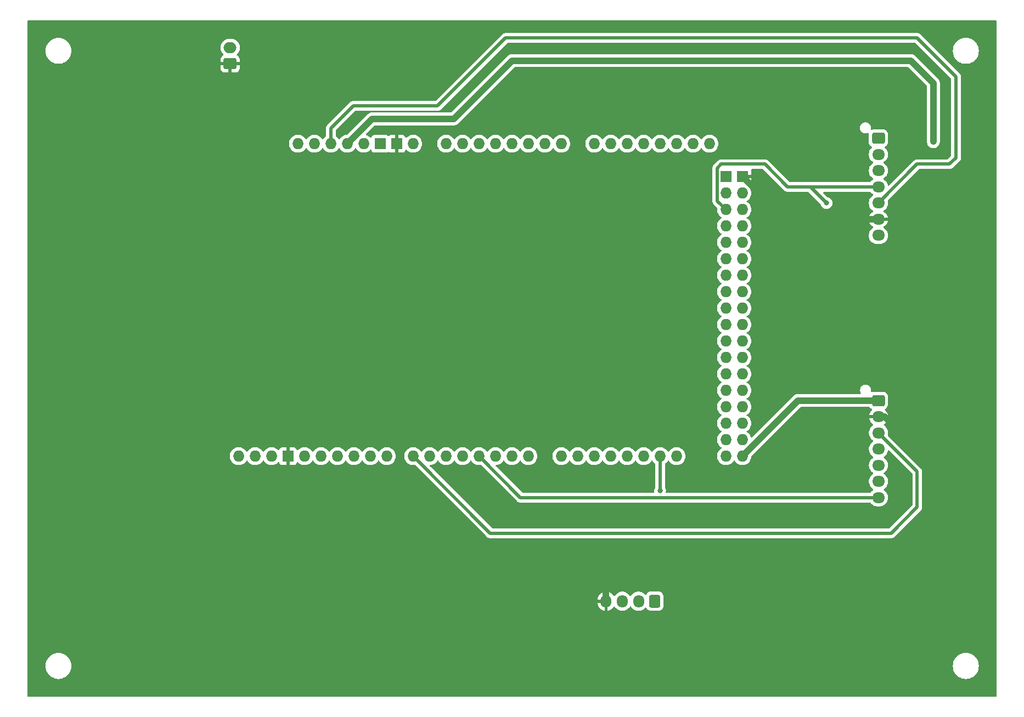
<source format=gbr>
%TF.GenerationSoftware,KiCad,Pcbnew,8.0.1*%
%TF.CreationDate,2024-05-22T11:23:19+02:00*%
%TF.ProjectId,Master,4d617374-6572-42e6-9b69-6361645f7063,rev?*%
%TF.SameCoordinates,Original*%
%TF.FileFunction,Copper,L2,Bot*%
%TF.FilePolarity,Positive*%
%FSLAX46Y46*%
G04 Gerber Fmt 4.6, Leading zero omitted, Abs format (unit mm)*
G04 Created by KiCad (PCBNEW 8.0.1) date 2024-05-22 11:23:19*
%MOMM*%
%LPD*%
G01*
G04 APERTURE LIST*
G04 Aperture macros list*
%AMRoundRect*
0 Rectangle with rounded corners*
0 $1 Rounding radius*
0 $2 $3 $4 $5 $6 $7 $8 $9 X,Y pos of 4 corners*
0 Add a 4 corners polygon primitive as box body*
4,1,4,$2,$3,$4,$5,$6,$7,$8,$9,$2,$3,0*
0 Add four circle primitives for the rounded corners*
1,1,$1+$1,$2,$3*
1,1,$1+$1,$4,$5*
1,1,$1+$1,$6,$7*
1,1,$1+$1,$8,$9*
0 Add four rect primitives between the rounded corners*
20,1,$1+$1,$2,$3,$4,$5,0*
20,1,$1+$1,$4,$5,$6,$7,0*
20,1,$1+$1,$6,$7,$8,$9,0*
20,1,$1+$1,$8,$9,$2,$3,0*%
G04 Aperture macros list end*
%TA.AperFunction,ComponentPad*%
%ADD10RoundRect,0.250000X-0.725000X0.600000X-0.725000X-0.600000X0.725000X-0.600000X0.725000X0.600000X0*%
%TD*%
%TA.AperFunction,ComponentPad*%
%ADD11O,1.950000X1.700000*%
%TD*%
%TA.AperFunction,ComponentPad*%
%ADD12RoundRect,0.250000X0.600000X0.725000X-0.600000X0.725000X-0.600000X-0.725000X0.600000X-0.725000X0*%
%TD*%
%TA.AperFunction,ComponentPad*%
%ADD13O,1.700000X1.950000*%
%TD*%
%TA.AperFunction,ComponentPad*%
%ADD14O,1.727200X1.727200*%
%TD*%
%TA.AperFunction,ComponentPad*%
%ADD15R,1.727200X1.727200*%
%TD*%
%TA.AperFunction,ComponentPad*%
%ADD16RoundRect,0.250000X0.750000X-0.600000X0.750000X0.600000X-0.750000X0.600000X-0.750000X-0.600000X0*%
%TD*%
%TA.AperFunction,ComponentPad*%
%ADD17O,2.000000X1.700000*%
%TD*%
%TA.AperFunction,ViaPad*%
%ADD18C,0.800000*%
%TD*%
%TA.AperFunction,Conductor*%
%ADD19C,0.500000*%
%TD*%
%TA.AperFunction,Conductor*%
%ADD20C,1.000000*%
%TD*%
G04 APERTURE END LIST*
D10*
%TO.P,J2,1,Pin_1*%
%TO.N,+5V*%
X198525000Y-112000000D03*
D11*
%TO.P,J2,2,Pin_2*%
%TO.N,GND*%
X198525000Y-114500000D03*
%TO.P,J2,3,Pin_3*%
%TO.N,/CS*%
X198525000Y-117000000D03*
%TO.P,J2,4,Pin_4*%
%TO.N,/SO*%
X198525000Y-119500000D03*
%TO.P,J2,5,Pin_5*%
%TO.N,/SI*%
X198525000Y-122000000D03*
%TO.P,J2,6,Pin_6*%
%TO.N,/SCK*%
X198525000Y-124500000D03*
%TO.P,J2,7,Pin_7*%
%TO.N,/INT*%
X198525000Y-127000000D03*
%TD*%
D12*
%TO.P,J6,1,Pin_1*%
%TO.N,/SDA_OLED*%
X164000000Y-143000000D03*
D13*
%TO.P,J6,2,Pin_2*%
%TO.N,/SCL_OLED*%
X161500000Y-143000000D03*
%TO.P,J6,3,Pin_3*%
%TO.N,+5V*%
X159000000Y-143000000D03*
%TO.P,J6,4,Pin_4*%
%TO.N,GND*%
X156500000Y-143000000D03*
%TD*%
D14*
%TO.P,A1,*%
%TO.N,*%
X108940000Y-72340000D03*
%TO.P,A1,3V3,3.3V*%
%TO.N,+3.3V*%
X116560000Y-72340000D03*
%TO.P,A1,5V1,5V*%
%TO.N,unconnected-(A1-5V-Pad5V1)*%
X119100000Y-72340000D03*
%TO.P,A1,5V3,5V*%
%TO.N,+5V*%
X174980000Y-120600000D03*
%TO.P,A1,5V4,5V*%
X177520000Y-120600000D03*
%TO.P,A1,A0,A0*%
%TO.N,unconnected-(A1-PadA0)*%
X131800000Y-72340000D03*
%TO.P,A1,A1,A1*%
%TO.N,unconnected-(A1-PadA1)*%
X134340000Y-72340000D03*
%TO.P,A1,A2,A2*%
%TO.N,unconnected-(A1-PadA2)*%
X136880000Y-72340000D03*
%TO.P,A1,A3,A3*%
%TO.N,unconnected-(A1-PadA3)*%
X139420000Y-72340000D03*
%TO.P,A1,A4,A4*%
%TO.N,unconnected-(A1-PadA4)*%
X141960000Y-72340000D03*
%TO.P,A1,A5,A5*%
%TO.N,unconnected-(A1-PadA5)*%
X144500000Y-72340000D03*
%TO.P,A1,A6,A6*%
%TO.N,unconnected-(A1-PadA6)*%
X147040000Y-72340000D03*
%TO.P,A1,A7,A7*%
%TO.N,unconnected-(A1-PadA7)*%
X149580000Y-72340000D03*
%TO.P,A1,A8,A8*%
%TO.N,unconnected-(A1-PadA8)*%
X154660000Y-72340000D03*
%TO.P,A1,A9,A9*%
%TO.N,unconnected-(A1-PadA9)*%
X157200000Y-72340000D03*
%TO.P,A1,A10,A10*%
%TO.N,unconnected-(A1-PadA10)*%
X159740000Y-72340000D03*
%TO.P,A1,A11,A11*%
%TO.N,unconnected-(A1-PadA11)*%
X162280000Y-72340000D03*
%TO.P,A1,A12,A12*%
%TO.N,unconnected-(A1-PadA12)*%
X164820000Y-72340000D03*
%TO.P,A1,A13,A13*%
%TO.N,unconnected-(A1-PadA13)*%
X167360000Y-72340000D03*
%TO.P,A1,A14,A14*%
%TO.N,unconnected-(A1-PadA14)*%
X169900000Y-72340000D03*
%TO.P,A1,A15,A15*%
%TO.N,unconnected-(A1-PadA15)*%
X172440000Y-72340000D03*
%TO.P,A1,AREF,AREF*%
%TO.N,unconnected-(A1-PadAREF)*%
X104876000Y-120600000D03*
%TO.P,A1,D0,D0/RX0*%
%TO.N,unconnected-(A1-D0{slash}RX0-PadD0)*%
X144500000Y-120600000D03*
%TO.P,A1,D1,D1/TX0*%
%TO.N,unconnected-(A1-D1{slash}TX0-PadD1)*%
X141960000Y-120600000D03*
%TO.P,A1,D2,D2_INT0*%
%TO.N,unconnected-(A1-D2_INT0-PadD2)*%
X139420000Y-120600000D03*
%TO.P,A1,D3,D3_INT1*%
%TO.N,/INT*%
X136880000Y-120600000D03*
%TO.P,A1,D4,D4*%
%TO.N,unconnected-(A1-PadD4)*%
X134340000Y-120600000D03*
%TO.P,A1,D5,D5*%
%TO.N,unconnected-(A1-PadD5)*%
X131800000Y-120600000D03*
%TO.P,A1,D6,D6*%
%TO.N,unconnected-(A1-PadD6)*%
X129260000Y-120600000D03*
%TO.P,A1,D7,D7*%
%TO.N,/CS*%
X126720000Y-120600000D03*
%TO.P,A1,D8,D8*%
%TO.N,unconnected-(A1-PadD8)*%
X122656000Y-120600000D03*
%TO.P,A1,D9,D9*%
%TO.N,unconnected-(A1-PadD9)*%
X120116000Y-120600000D03*
%TO.P,A1,D10,D10*%
%TO.N,unconnected-(A1-PadD10)*%
X117576000Y-120600000D03*
%TO.P,A1,D11,D11*%
%TO.N,/CAN_LED*%
X115036000Y-120600000D03*
%TO.P,A1,D12,D12*%
%TO.N,/ETH_LED*%
X112496000Y-120600000D03*
%TO.P,A1,D13,D13*%
%TO.N,unconnected-(A1-PadD13)*%
X109956000Y-120600000D03*
%TO.P,A1,D14,D14/TX3*%
%TO.N,unconnected-(A1-D14{slash}TX3-PadD14)*%
X149580000Y-120600000D03*
%TO.P,A1,D15,D15/RX3*%
%TO.N,unconnected-(A1-D15{slash}RX3-PadD15)*%
X152120000Y-120600000D03*
%TO.P,A1,D16,D16/TX2*%
%TO.N,unconnected-(A1-D16{slash}TX2-PadD16)*%
X154660000Y-120600000D03*
%TO.P,A1,D17,D17/RX2*%
%TO.N,unconnected-(A1-D17{slash}RX2-PadD17)*%
X157200000Y-120600000D03*
%TO.P,A1,D18,D18/TX1*%
%TO.N,unconnected-(A1-D18{slash}TX1-PadD18)*%
X159740000Y-120600000D03*
%TO.P,A1,D19,D19/RX1*%
%TO.N,unconnected-(A1-D19{slash}RX1-PadD19)*%
X162280000Y-120600000D03*
%TO.P,A1,D20,D20/SDA*%
%TO.N,/SDA_OLED*%
X164820000Y-120600000D03*
%TO.P,A1,D21,D21/SCL*%
%TO.N,/SCL_OLED*%
X167360000Y-120600000D03*
%TO.P,A1,D22,D22*%
%TO.N,unconnected-(A1-PadD22)*%
X174980000Y-118060000D03*
%TO.P,A1,D23,D23*%
%TO.N,unconnected-(A1-PadD23)*%
X177520000Y-118060000D03*
%TO.P,A1,D24,D24*%
%TO.N,unconnected-(A1-PadD24)*%
X174980000Y-115520000D03*
%TO.P,A1,D25,D25*%
%TO.N,unconnected-(A1-PadD25)*%
X177520000Y-115520000D03*
%TO.P,A1,D26,D26*%
%TO.N,unconnected-(A1-PadD26)*%
X174980000Y-112980000D03*
%TO.P,A1,D27,D27*%
%TO.N,unconnected-(A1-PadD27)*%
X177520000Y-112980000D03*
%TO.P,A1,D28,D28*%
%TO.N,unconnected-(A1-PadD28)*%
X174980000Y-110440000D03*
%TO.P,A1,D29,D29*%
%TO.N,unconnected-(A1-PadD29)*%
X177520000Y-110440000D03*
%TO.P,A1,D30,D30*%
%TO.N,unconnected-(A1-PadD30)*%
X174980000Y-107900000D03*
%TO.P,A1,D31,D31*%
%TO.N,unconnected-(A1-PadD31)*%
X177520000Y-107900000D03*
%TO.P,A1,D32,D32*%
%TO.N,unconnected-(A1-PadD32)*%
X174980000Y-105360000D03*
%TO.P,A1,D33,D33*%
%TO.N,unconnected-(A1-PadD33)*%
X177520000Y-105360000D03*
%TO.P,A1,D34,D34*%
%TO.N,unconnected-(A1-PadD34)*%
X174980000Y-102820000D03*
%TO.P,A1,D35,D35*%
%TO.N,unconnected-(A1-PadD35)*%
X177520000Y-102820000D03*
%TO.P,A1,D36,D36*%
%TO.N,unconnected-(A1-PadD36)*%
X174980000Y-100280000D03*
%TO.P,A1,D37,D37*%
%TO.N,unconnected-(A1-PadD37)*%
X177520000Y-100280000D03*
%TO.P,A1,D38,D38*%
%TO.N,unconnected-(A1-PadD38)*%
X174980000Y-97740000D03*
%TO.P,A1,D39,D39*%
%TO.N,unconnected-(A1-PadD39)*%
X177520000Y-97740000D03*
%TO.P,A1,D40,D40*%
%TO.N,unconnected-(A1-PadD40)*%
X174980000Y-95200000D03*
%TO.P,A1,D41,D41*%
%TO.N,unconnected-(A1-PadD41)*%
X177520000Y-95200000D03*
%TO.P,A1,D42,D42*%
%TO.N,unconnected-(A1-PadD42)*%
X174980000Y-92660000D03*
%TO.P,A1,D43,D43*%
%TO.N,unconnected-(A1-PadD43)*%
X177520000Y-92660000D03*
%TO.P,A1,D44,D44*%
%TO.N,unconnected-(A1-PadD44)*%
X174980000Y-90120000D03*
%TO.P,A1,D45,D45*%
%TO.N,unconnected-(A1-PadD45)*%
X177520000Y-90120000D03*
%TO.P,A1,D46,D46*%
%TO.N,unconnected-(A1-PadD46)*%
X174980000Y-87580000D03*
%TO.P,A1,D47,D47*%
%TO.N,unconnected-(A1-PadD47)*%
X177520000Y-87580000D03*
%TO.P,A1,D48,D48*%
%TO.N,unconnected-(A1-PadD48)*%
X174980000Y-85040000D03*
%TO.P,A1,D49,D49*%
%TO.N,unconnected-(A1-PadD49)*%
X177520000Y-85040000D03*
%TO.P,A1,D50,D50_MISO*%
%TO.N,/SO*%
X174980000Y-82500000D03*
%TO.P,A1,D51,D51_MOSI*%
%TO.N,/SI*%
X177520000Y-82500000D03*
%TO.P,A1,D52,D52_SCK*%
%TO.N,/SCK*%
X174980000Y-79960000D03*
%TO.P,A1,D53,D53_CS*%
%TO.N,/SS*%
X177520000Y-79960000D03*
D15*
%TO.P,A1,GND1,GND*%
%TO.N,GND*%
X107416000Y-120600000D03*
%TO.P,A1,GND2,GND*%
%TO.N,unconnected-(A1-GND-PadGND2)*%
X121640000Y-72340000D03*
%TO.P,A1,GND3,GND*%
%TO.N,GND*%
X124180000Y-72340000D03*
%TO.P,A1,GND5,GND*%
%TO.N,unconnected-(A1-GND-PadGND5)*%
X174980000Y-77420000D03*
%TO.P,A1,GND6,GND*%
%TO.N,GND*%
X177520000Y-77420000D03*
D14*
%TO.P,A1,IORF,IOREF*%
%TO.N,unconnected-(A1-IOREF-PadIORF)*%
X111480000Y-72340000D03*
%TO.P,A1,RST1,RESET*%
%TO.N,/RST*%
X114020000Y-72340000D03*
%TO.P,A1,SCL,SCL*%
%TO.N,unconnected-(A1-PadSCL)*%
X99796000Y-120600000D03*
%TO.P,A1,SDA,SDA*%
%TO.N,unconnected-(A1-PadSDA)*%
X102336000Y-120600000D03*
%TO.P,A1,VIN,VIN*%
%TO.N,+12V*%
X126720000Y-72340000D03*
%TD*%
D10*
%TO.P,J1,1,Pin_1*%
%TO.N,/SCK*%
X198500000Y-71500000D03*
D11*
%TO.P,J1,2,Pin_2*%
%TO.N,/SS*%
X198500000Y-74000000D03*
%TO.P,J1,3,Pin_3*%
%TO.N,/SI*%
X198500000Y-76500000D03*
%TO.P,J1,4,Pin_4*%
%TO.N,/SO*%
X198500000Y-79000000D03*
%TO.P,J1,5,Pin_5*%
%TO.N,/RST*%
X198500000Y-81500000D03*
%TO.P,J1,6,Pin_6*%
%TO.N,GND*%
X198500000Y-84000000D03*
%TO.P,J1,7,Pin_7*%
%TO.N,+3.3V*%
X198500000Y-86500000D03*
%TD*%
D16*
%TO.P,J3,1,Pin_1*%
%TO.N,GND*%
X98500000Y-60000000D03*
D17*
%TO.P,J3,2,Pin_2*%
%TO.N,+12V*%
X98500000Y-57500000D03*
%TD*%
D18*
%TO.N,GND*%
X205038077Y-77177928D03*
X204996592Y-73983633D03*
X189979257Y-75228163D03*
X143500000Y-129500000D03*
X156500000Y-129500000D03*
X162877734Y-129665937D03*
X181000000Y-129500000D03*
X190000000Y-129500000D03*
X122500000Y-129500000D03*
X192500000Y-65500000D03*
X122500000Y-144500000D03*
X154500000Y-65500000D03*
X189954140Y-72685543D03*
X196000000Y-104500000D03*
X189000000Y-124000000D03*
X174000000Y-65500000D03*
X196000000Y-94500000D03*
X185000000Y-124000000D03*
X143500000Y-144500000D03*
%TO.N,/SO*%
X190500000Y-81500000D03*
%TO.N,/SDA_OLED*%
X164832110Y-125925165D03*
%TO.N,+3.3V*%
X207000000Y-72000000D03*
%TD*%
D19*
%TO.N,/RST*%
X130500000Y-66500000D02*
X117500000Y-66500000D01*
X210500000Y-62000000D02*
X204500000Y-56000000D01*
X204500000Y-75500000D02*
X209500000Y-75500000D01*
X117500000Y-66500000D02*
X114020000Y-69980000D01*
X210500000Y-74500000D02*
X210500000Y-62000000D01*
X204500000Y-56000000D02*
X141000000Y-56000000D01*
X114020000Y-69980000D02*
X114020000Y-72340000D01*
X198500000Y-81500000D02*
X204500000Y-75500000D01*
X209500000Y-75500000D02*
X210500000Y-74500000D01*
X141000000Y-56000000D02*
X130500000Y-66500000D01*
D20*
%TO.N,GND*%
X208000000Y-123000000D02*
X208000000Y-131000000D01*
X199500000Y-114500000D02*
X208000000Y-123000000D01*
X203000000Y-136000000D02*
X158000000Y-136000000D01*
X198525000Y-114500000D02*
X199500000Y-114500000D01*
X177520000Y-77420000D02*
X184100000Y-84000000D01*
X208000000Y-131000000D02*
X203000000Y-136000000D01*
X156500000Y-137500000D02*
X156500000Y-143000000D01*
X158000000Y-136000000D02*
X156500000Y-137500000D01*
X184100000Y-84000000D02*
X198500000Y-84000000D01*
D19*
%TO.N,/INT*%
X143280000Y-127000000D02*
X198525000Y-127000000D01*
X136880000Y-120600000D02*
X143280000Y-127000000D01*
%TO.N,/CS*%
X200500000Y-132500000D02*
X204500000Y-128500000D01*
X204500000Y-128500000D02*
X204500000Y-122975000D01*
X126720000Y-120600000D02*
X138620000Y-132500000D01*
X138620000Y-132500000D02*
X200500000Y-132500000D01*
X204500000Y-122975000D02*
X198525000Y-117000000D01*
%TO.N,/SO*%
X198500000Y-79000000D02*
X188000000Y-79000000D01*
X184500000Y-79000000D02*
X181000000Y-75500000D01*
X181000000Y-75500000D02*
X174272800Y-75500000D01*
X188000000Y-79000000D02*
X190500000Y-81500000D01*
X173666400Y-76106400D02*
X173666400Y-81186400D01*
X174272800Y-75500000D02*
X173666400Y-76106400D01*
X188000000Y-79000000D02*
X184500000Y-79000000D01*
X173666400Y-81186400D02*
X174980000Y-82500000D01*
%TO.N,/SDA_OLED*%
X164820000Y-125913055D02*
X164832110Y-125925165D01*
X164820000Y-120600000D02*
X164820000Y-125913055D01*
D20*
%TO.N,+5V*%
X186120000Y-112000000D02*
X177520000Y-120600000D01*
X198525000Y-112000000D02*
X186120000Y-112000000D01*
%TO.N,+3.3V*%
X142000000Y-59500000D02*
X133000000Y-68500000D01*
X207000000Y-72000000D02*
X207000000Y-63000000D01*
X116560000Y-72340000D02*
X120400000Y-68500000D01*
X207000000Y-63000000D02*
X203500000Y-59500000D01*
X120400000Y-68500000D02*
X133000000Y-68500000D01*
X203500000Y-59500000D02*
X142000000Y-59500000D01*
%TD*%
%TA.AperFunction,Conductor*%
%TO.N,GND*%
G36*
X200131024Y-119687658D02*
G01*
X200182075Y-119718443D01*
X203713181Y-123249549D01*
X203746666Y-123310872D01*
X203749500Y-123337230D01*
X203749500Y-128137770D01*
X203729815Y-128204809D01*
X203713181Y-128225451D01*
X200225451Y-131713181D01*
X200164128Y-131746666D01*
X200137770Y-131749500D01*
X138982229Y-131749500D01*
X138915190Y-131729815D01*
X138894548Y-131713181D01*
X129348350Y-122166982D01*
X129314865Y-122105659D01*
X129319849Y-122035967D01*
X129361721Y-121980034D01*
X129415617Y-121956993D01*
X129596014Y-121926891D01*
X129809831Y-121853488D01*
X130008649Y-121745893D01*
X130187046Y-121607040D01*
X130340156Y-121440719D01*
X130426193Y-121309028D01*
X130479338Y-121263675D01*
X130548569Y-121254251D01*
X130611905Y-121283753D01*
X130633804Y-121309025D01*
X130719844Y-121440719D01*
X130719849Y-121440724D01*
X130719850Y-121440727D01*
X130872950Y-121607036D01*
X130872954Y-121607040D01*
X131051351Y-121745893D01*
X131250169Y-121853488D01*
X131250172Y-121853489D01*
X131463982Y-121926890D01*
X131463984Y-121926890D01*
X131463986Y-121926891D01*
X131686967Y-121964100D01*
X131686968Y-121964100D01*
X131913032Y-121964100D01*
X131913033Y-121964100D01*
X132136014Y-121926891D01*
X132349831Y-121853488D01*
X132548649Y-121745893D01*
X132727046Y-121607040D01*
X132880156Y-121440719D01*
X132966193Y-121309028D01*
X133019338Y-121263675D01*
X133088569Y-121254251D01*
X133151905Y-121283753D01*
X133173804Y-121309025D01*
X133259844Y-121440719D01*
X133259849Y-121440724D01*
X133259850Y-121440727D01*
X133412950Y-121607036D01*
X133412954Y-121607040D01*
X133591351Y-121745893D01*
X133790169Y-121853488D01*
X133790172Y-121853489D01*
X134003982Y-121926890D01*
X134003984Y-121926890D01*
X134003986Y-121926891D01*
X134226967Y-121964100D01*
X134226968Y-121964100D01*
X134453032Y-121964100D01*
X134453033Y-121964100D01*
X134676014Y-121926891D01*
X134889831Y-121853488D01*
X135088649Y-121745893D01*
X135267046Y-121607040D01*
X135420156Y-121440719D01*
X135506193Y-121309028D01*
X135559338Y-121263675D01*
X135628569Y-121254251D01*
X135691905Y-121283753D01*
X135713804Y-121309025D01*
X135799844Y-121440719D01*
X135799849Y-121440724D01*
X135799850Y-121440727D01*
X135952950Y-121607036D01*
X135952954Y-121607040D01*
X136131351Y-121745893D01*
X136330169Y-121853488D01*
X136330172Y-121853489D01*
X136543982Y-121926890D01*
X136543984Y-121926890D01*
X136543986Y-121926891D01*
X136766967Y-121964100D01*
X136766968Y-121964100D01*
X136993030Y-121964100D01*
X136993033Y-121964100D01*
X137092648Y-121947476D01*
X137162009Y-121955857D01*
X137200736Y-121982104D01*
X142801586Y-127582954D01*
X142824867Y-127598509D01*
X142859793Y-127621845D01*
X142924505Y-127665084D01*
X143061087Y-127721658D01*
X143061091Y-127721658D01*
X143061092Y-127721659D01*
X143206079Y-127750500D01*
X143206082Y-127750500D01*
X143206083Y-127750500D01*
X143353918Y-127750500D01*
X197212779Y-127750500D01*
X197279818Y-127770185D01*
X197313097Y-127801615D01*
X197369892Y-127879788D01*
X197520213Y-128030109D01*
X197692179Y-128155048D01*
X197692181Y-128155049D01*
X197692184Y-128155051D01*
X197881588Y-128251557D01*
X198083757Y-128317246D01*
X198293713Y-128350500D01*
X198293714Y-128350500D01*
X198756286Y-128350500D01*
X198756287Y-128350500D01*
X198966243Y-128317246D01*
X199168412Y-128251557D01*
X199357816Y-128155051D01*
X199381601Y-128137770D01*
X199529786Y-128030109D01*
X199529788Y-128030106D01*
X199529792Y-128030104D01*
X199680104Y-127879792D01*
X199680106Y-127879788D01*
X199680109Y-127879786D01*
X199805048Y-127707820D01*
X199805047Y-127707820D01*
X199805051Y-127707816D01*
X199901557Y-127518412D01*
X199967246Y-127316243D01*
X200000500Y-127106287D01*
X200000500Y-126893713D01*
X199967246Y-126683757D01*
X199901557Y-126481588D01*
X199805051Y-126292184D01*
X199805049Y-126292181D01*
X199805048Y-126292179D01*
X199680109Y-126120213D01*
X199529792Y-125969896D01*
X199529784Y-125969890D01*
X199365204Y-125850316D01*
X199322540Y-125794989D01*
X199316561Y-125725376D01*
X199349166Y-125663580D01*
X199365199Y-125649686D01*
X199529792Y-125530104D01*
X199680104Y-125379792D01*
X199680106Y-125379788D01*
X199680109Y-125379786D01*
X199805048Y-125207820D01*
X199805047Y-125207820D01*
X199805051Y-125207816D01*
X199901557Y-125018412D01*
X199967246Y-124816243D01*
X200000500Y-124606287D01*
X200000500Y-124393713D01*
X199967246Y-124183757D01*
X199901557Y-123981588D01*
X199805051Y-123792184D01*
X199805049Y-123792181D01*
X199805048Y-123792179D01*
X199680109Y-123620213D01*
X199529792Y-123469896D01*
X199529784Y-123469890D01*
X199365204Y-123350316D01*
X199322540Y-123294989D01*
X199316561Y-123225376D01*
X199349166Y-123163580D01*
X199365199Y-123149686D01*
X199529792Y-123030104D01*
X199680104Y-122879792D01*
X199680106Y-122879788D01*
X199680109Y-122879786D01*
X199805048Y-122707820D01*
X199805047Y-122707820D01*
X199805051Y-122707816D01*
X199901557Y-122518412D01*
X199967246Y-122316243D01*
X200000500Y-122106287D01*
X200000500Y-121893713D01*
X199967246Y-121683757D01*
X199901557Y-121481588D01*
X199805051Y-121292184D01*
X199805049Y-121292181D01*
X199805048Y-121292179D01*
X199680109Y-121120213D01*
X199529792Y-120969896D01*
X199449994Y-120911920D01*
X199365204Y-120850316D01*
X199322540Y-120794989D01*
X199316561Y-120725376D01*
X199349166Y-120663580D01*
X199365199Y-120649686D01*
X199529792Y-120530104D01*
X199680104Y-120379792D01*
X199680106Y-120379788D01*
X199680109Y-120379786D01*
X199805048Y-120207820D01*
X199805047Y-120207820D01*
X199805051Y-120207816D01*
X199901557Y-120018412D01*
X199967246Y-119816243D01*
X199971921Y-119786727D01*
X200001850Y-119723592D01*
X200061161Y-119686660D01*
X200131024Y-119687658D01*
G37*
%TD.AperFunction*%
%TA.AperFunction,Conductor*%
G36*
X216692539Y-53270185D02*
G01*
X216738294Y-53322989D01*
X216749500Y-53374500D01*
X216749500Y-157625500D01*
X216729815Y-157692539D01*
X216677011Y-157738294D01*
X216625500Y-157749500D01*
X67374500Y-157749500D01*
X67307461Y-157729815D01*
X67261706Y-157677011D01*
X67250500Y-157625500D01*
X67250500Y-153000001D01*
X69994390Y-153000001D01*
X70014804Y-153285433D01*
X70075628Y-153565037D01*
X70175635Y-153833166D01*
X70312770Y-154084309D01*
X70312775Y-154084317D01*
X70484254Y-154313387D01*
X70484270Y-154313405D01*
X70686594Y-154515729D01*
X70686612Y-154515745D01*
X70915682Y-154687224D01*
X70915690Y-154687229D01*
X71166833Y-154824364D01*
X71166832Y-154824364D01*
X71166836Y-154824365D01*
X71166839Y-154824367D01*
X71434954Y-154924369D01*
X71434960Y-154924370D01*
X71434962Y-154924371D01*
X71714566Y-154985195D01*
X71714568Y-154985195D01*
X71714572Y-154985196D01*
X71968220Y-155003337D01*
X71999999Y-155005610D01*
X72000000Y-155005610D01*
X72000001Y-155005610D01*
X72028595Y-155003564D01*
X72285428Y-154985196D01*
X72565046Y-154924369D01*
X72833161Y-154824367D01*
X73084315Y-154687226D01*
X73313395Y-154515739D01*
X73515739Y-154313395D01*
X73687226Y-154084315D01*
X73824367Y-153833161D01*
X73924369Y-153565046D01*
X73985196Y-153285428D01*
X74005610Y-153000001D01*
X209994390Y-153000001D01*
X210014804Y-153285433D01*
X210075628Y-153565037D01*
X210175635Y-153833166D01*
X210312770Y-154084309D01*
X210312775Y-154084317D01*
X210484254Y-154313387D01*
X210484270Y-154313405D01*
X210686594Y-154515729D01*
X210686612Y-154515745D01*
X210915682Y-154687224D01*
X210915690Y-154687229D01*
X211166833Y-154824364D01*
X211166832Y-154824364D01*
X211166836Y-154824365D01*
X211166839Y-154824367D01*
X211434954Y-154924369D01*
X211434960Y-154924370D01*
X211434962Y-154924371D01*
X211714566Y-154985195D01*
X211714568Y-154985195D01*
X211714572Y-154985196D01*
X211968220Y-155003337D01*
X211999999Y-155005610D01*
X212000000Y-155005610D01*
X212000001Y-155005610D01*
X212028595Y-155003564D01*
X212285428Y-154985196D01*
X212565046Y-154924369D01*
X212833161Y-154824367D01*
X213084315Y-154687226D01*
X213313395Y-154515739D01*
X213515739Y-154313395D01*
X213687226Y-154084315D01*
X213824367Y-153833161D01*
X213924369Y-153565046D01*
X213985196Y-153285428D01*
X214005610Y-153000000D01*
X213985196Y-152714572D01*
X213941371Y-152513113D01*
X213924371Y-152434962D01*
X213924370Y-152434960D01*
X213924369Y-152434954D01*
X213824367Y-152166839D01*
X213687226Y-151915685D01*
X213687224Y-151915682D01*
X213515745Y-151686612D01*
X213515729Y-151686594D01*
X213313405Y-151484270D01*
X213313387Y-151484254D01*
X213084317Y-151312775D01*
X213084309Y-151312770D01*
X212833166Y-151175635D01*
X212833167Y-151175635D01*
X212725915Y-151135632D01*
X212565046Y-151075631D01*
X212565043Y-151075630D01*
X212565037Y-151075628D01*
X212285433Y-151014804D01*
X212000001Y-150994390D01*
X211999999Y-150994390D01*
X211714566Y-151014804D01*
X211434962Y-151075628D01*
X211166833Y-151175635D01*
X210915690Y-151312770D01*
X210915682Y-151312775D01*
X210686612Y-151484254D01*
X210686594Y-151484270D01*
X210484270Y-151686594D01*
X210484254Y-151686612D01*
X210312775Y-151915682D01*
X210312770Y-151915690D01*
X210175635Y-152166833D01*
X210075628Y-152434962D01*
X210014804Y-152714566D01*
X209994390Y-152999998D01*
X209994390Y-153000001D01*
X74005610Y-153000001D01*
X74005610Y-153000000D01*
X73985196Y-152714572D01*
X73941371Y-152513113D01*
X73924371Y-152434962D01*
X73924370Y-152434960D01*
X73924369Y-152434954D01*
X73824367Y-152166839D01*
X73687226Y-151915685D01*
X73687224Y-151915682D01*
X73515745Y-151686612D01*
X73515729Y-151686594D01*
X73313405Y-151484270D01*
X73313387Y-151484254D01*
X73084317Y-151312775D01*
X73084309Y-151312770D01*
X72833166Y-151175635D01*
X72833167Y-151175635D01*
X72725915Y-151135632D01*
X72565046Y-151075631D01*
X72565043Y-151075630D01*
X72565037Y-151075628D01*
X72285433Y-151014804D01*
X72000001Y-150994390D01*
X71999999Y-150994390D01*
X71714566Y-151014804D01*
X71434962Y-151075628D01*
X71166833Y-151175635D01*
X70915690Y-151312770D01*
X70915682Y-151312775D01*
X70686612Y-151484254D01*
X70686594Y-151484270D01*
X70484270Y-151686594D01*
X70484254Y-151686612D01*
X70312775Y-151915682D01*
X70312770Y-151915690D01*
X70175635Y-152166833D01*
X70075628Y-152434962D01*
X70014804Y-152714566D01*
X69994390Y-152999998D01*
X69994390Y-153000001D01*
X67250500Y-153000001D01*
X67250500Y-143250000D01*
X155152970Y-143250000D01*
X155183242Y-143441127D01*
X155183242Y-143441130D01*
X155248904Y-143643217D01*
X155345379Y-143832557D01*
X155470272Y-144004459D01*
X155470276Y-144004464D01*
X155620535Y-144154723D01*
X155620540Y-144154727D01*
X155792442Y-144279620D01*
X155981782Y-144376095D01*
X156183871Y-144441757D01*
X156250000Y-144452231D01*
X156250000Y-143404145D01*
X156316657Y-143442630D01*
X156437465Y-143475000D01*
X156562535Y-143475000D01*
X156683343Y-143442630D01*
X156750000Y-143404145D01*
X156750000Y-144452230D01*
X156816126Y-144441757D01*
X156816129Y-144441757D01*
X157018217Y-144376095D01*
X157207557Y-144279620D01*
X157379459Y-144154727D01*
X157379464Y-144154723D01*
X157529721Y-144004466D01*
X157649371Y-143839781D01*
X157704701Y-143797115D01*
X157774314Y-143791136D01*
X157836110Y-143823741D01*
X157850008Y-143839781D01*
X157969890Y-144004785D01*
X157969894Y-144004790D01*
X158120213Y-144155109D01*
X158292179Y-144280048D01*
X158292181Y-144280049D01*
X158292184Y-144280051D01*
X158481588Y-144376557D01*
X158683757Y-144442246D01*
X158893713Y-144475500D01*
X158893714Y-144475500D01*
X159106286Y-144475500D01*
X159106287Y-144475500D01*
X159316243Y-144442246D01*
X159518412Y-144376557D01*
X159707816Y-144280051D01*
X159729789Y-144264086D01*
X159879786Y-144155109D01*
X159879788Y-144155106D01*
X159879792Y-144155104D01*
X160030104Y-144004792D01*
X160149683Y-143840204D01*
X160205011Y-143797540D01*
X160274624Y-143791561D01*
X160336420Y-143824166D01*
X160350313Y-143840199D01*
X160453925Y-143982809D01*
X160469896Y-144004792D01*
X160620213Y-144155109D01*
X160792179Y-144280048D01*
X160792181Y-144280049D01*
X160792184Y-144280051D01*
X160981588Y-144376557D01*
X161183757Y-144442246D01*
X161393713Y-144475500D01*
X161393714Y-144475500D01*
X161606286Y-144475500D01*
X161606287Y-144475500D01*
X161816243Y-144442246D01*
X162018412Y-144376557D01*
X162207816Y-144280051D01*
X162379792Y-144155104D01*
X162518604Y-144016291D01*
X162579923Y-143982809D01*
X162649615Y-143987793D01*
X162705549Y-144029664D01*
X162711821Y-144038878D01*
X162715185Y-144044333D01*
X162715186Y-144044334D01*
X162807288Y-144193656D01*
X162931344Y-144317712D01*
X163080666Y-144409814D01*
X163247203Y-144464999D01*
X163349991Y-144475500D01*
X164650008Y-144475499D01*
X164752797Y-144464999D01*
X164919334Y-144409814D01*
X165068656Y-144317712D01*
X165192712Y-144193656D01*
X165284814Y-144044334D01*
X165339999Y-143877797D01*
X165350500Y-143775009D01*
X165350499Y-142224992D01*
X165348851Y-142208863D01*
X165339999Y-142122203D01*
X165339998Y-142122200D01*
X165302104Y-142007845D01*
X165284814Y-141955666D01*
X165192712Y-141806344D01*
X165068656Y-141682288D01*
X164919334Y-141590186D01*
X164752797Y-141535001D01*
X164752795Y-141535000D01*
X164650010Y-141524500D01*
X163349998Y-141524500D01*
X163349981Y-141524501D01*
X163247203Y-141535000D01*
X163247200Y-141535001D01*
X163080668Y-141590185D01*
X163080663Y-141590187D01*
X162931342Y-141682289D01*
X162807289Y-141806342D01*
X162711821Y-141961121D01*
X162659873Y-142007845D01*
X162590910Y-142019068D01*
X162526828Y-141991224D01*
X162518601Y-141983705D01*
X162379786Y-141844890D01*
X162207820Y-141719951D01*
X162018414Y-141623444D01*
X162018413Y-141623443D01*
X162018412Y-141623443D01*
X161816243Y-141557754D01*
X161816241Y-141557753D01*
X161816240Y-141557753D01*
X161654957Y-141532208D01*
X161606287Y-141524500D01*
X161393713Y-141524500D01*
X161345042Y-141532208D01*
X161183760Y-141557753D01*
X160981585Y-141623444D01*
X160792179Y-141719951D01*
X160620213Y-141844890D01*
X160469894Y-141995209D01*
X160469890Y-141995214D01*
X160350318Y-142159793D01*
X160294989Y-142202459D01*
X160225375Y-142208438D01*
X160163580Y-142175833D01*
X160149682Y-142159793D01*
X160030109Y-141995214D01*
X160030105Y-141995209D01*
X159879786Y-141844890D01*
X159707820Y-141719951D01*
X159518414Y-141623444D01*
X159518413Y-141623443D01*
X159518412Y-141623443D01*
X159316243Y-141557754D01*
X159316241Y-141557753D01*
X159316240Y-141557753D01*
X159154957Y-141532208D01*
X159106287Y-141524500D01*
X158893713Y-141524500D01*
X158845042Y-141532208D01*
X158683760Y-141557753D01*
X158481585Y-141623444D01*
X158292179Y-141719951D01*
X158120213Y-141844890D01*
X157969894Y-141995209D01*
X157969890Y-141995214D01*
X157850008Y-142160218D01*
X157794678Y-142202884D01*
X157725065Y-142208863D01*
X157663270Y-142176257D01*
X157649372Y-142160218D01*
X157529727Y-141995540D01*
X157529723Y-141995535D01*
X157379464Y-141845276D01*
X157379459Y-141845272D01*
X157207557Y-141720379D01*
X157018215Y-141623903D01*
X156816124Y-141558241D01*
X156750000Y-141547768D01*
X156750000Y-142595854D01*
X156683343Y-142557370D01*
X156562535Y-142525000D01*
X156437465Y-142525000D01*
X156316657Y-142557370D01*
X156250000Y-142595854D01*
X156250000Y-141547768D01*
X156249999Y-141547768D01*
X156183875Y-141558241D01*
X155981784Y-141623903D01*
X155792442Y-141720379D01*
X155620540Y-141845272D01*
X155620535Y-141845276D01*
X155470276Y-141995535D01*
X155470272Y-141995540D01*
X155345379Y-142167442D01*
X155248904Y-142356782D01*
X155183242Y-142558869D01*
X155183242Y-142558872D01*
X155152970Y-142750000D01*
X156095854Y-142750000D01*
X156057370Y-142816657D01*
X156025000Y-142937465D01*
X156025000Y-143062535D01*
X156057370Y-143183343D01*
X156095854Y-143250000D01*
X155152970Y-143250000D01*
X67250500Y-143250000D01*
X67250500Y-120600006D01*
X98427225Y-120600006D01*
X98445892Y-120825289D01*
X98501388Y-121044439D01*
X98592198Y-121251466D01*
X98715842Y-121440716D01*
X98715850Y-121440727D01*
X98868950Y-121607036D01*
X98868954Y-121607040D01*
X99047351Y-121745893D01*
X99246169Y-121853488D01*
X99246172Y-121853489D01*
X99459982Y-121926890D01*
X99459984Y-121926890D01*
X99459986Y-121926891D01*
X99682967Y-121964100D01*
X99682968Y-121964100D01*
X99909032Y-121964100D01*
X99909033Y-121964100D01*
X100132014Y-121926891D01*
X100345831Y-121853488D01*
X100544649Y-121745893D01*
X100723046Y-121607040D01*
X100876156Y-121440719D01*
X100962193Y-121309028D01*
X101015338Y-121263675D01*
X101084569Y-121254251D01*
X101147905Y-121283753D01*
X101169804Y-121309025D01*
X101255844Y-121440719D01*
X101255849Y-121440724D01*
X101255850Y-121440727D01*
X101408950Y-121607036D01*
X101408954Y-121607040D01*
X101587351Y-121745893D01*
X101786169Y-121853488D01*
X101786172Y-121853489D01*
X101999982Y-121926890D01*
X101999984Y-121926890D01*
X101999986Y-121926891D01*
X102222967Y-121964100D01*
X102222968Y-121964100D01*
X102449032Y-121964100D01*
X102449033Y-121964100D01*
X102672014Y-121926891D01*
X102885831Y-121853488D01*
X103084649Y-121745893D01*
X103263046Y-121607040D01*
X103416156Y-121440719D01*
X103502193Y-121309028D01*
X103555338Y-121263675D01*
X103624569Y-121254251D01*
X103687905Y-121283753D01*
X103709804Y-121309025D01*
X103795844Y-121440719D01*
X103795849Y-121440724D01*
X103795850Y-121440727D01*
X103948950Y-121607036D01*
X103948954Y-121607040D01*
X104127351Y-121745893D01*
X104326169Y-121853488D01*
X104326172Y-121853489D01*
X104539982Y-121926890D01*
X104539984Y-121926890D01*
X104539986Y-121926891D01*
X104762967Y-121964100D01*
X104762968Y-121964100D01*
X104989032Y-121964100D01*
X104989033Y-121964100D01*
X105212014Y-121926891D01*
X105425831Y-121853488D01*
X105624649Y-121745893D01*
X105803046Y-121607040D01*
X105857815Y-121547545D01*
X105917699Y-121511557D01*
X105987537Y-121513657D01*
X106045153Y-121553180D01*
X106065224Y-121588196D01*
X106109046Y-121705688D01*
X106109049Y-121705693D01*
X106195209Y-121820787D01*
X106195212Y-121820790D01*
X106310306Y-121906950D01*
X106310313Y-121906954D01*
X106445020Y-121957196D01*
X106445027Y-121957198D01*
X106504555Y-121963599D01*
X106504572Y-121963600D01*
X107166000Y-121963600D01*
X107166000Y-121042251D01*
X107219919Y-121073381D01*
X107349120Y-121108000D01*
X107482880Y-121108000D01*
X107612081Y-121073381D01*
X107666000Y-121042251D01*
X107666000Y-121963600D01*
X108327428Y-121963600D01*
X108327444Y-121963599D01*
X108386972Y-121957198D01*
X108386979Y-121957196D01*
X108521686Y-121906954D01*
X108521693Y-121906950D01*
X108636787Y-121820790D01*
X108636790Y-121820787D01*
X108722950Y-121705693D01*
X108722954Y-121705686D01*
X108766775Y-121588197D01*
X108808646Y-121532263D01*
X108874110Y-121507846D01*
X108942383Y-121522698D01*
X108974186Y-121547547D01*
X109028950Y-121607036D01*
X109028954Y-121607040D01*
X109207351Y-121745893D01*
X109406169Y-121853488D01*
X109406172Y-121853489D01*
X109619982Y-121926890D01*
X109619984Y-121926890D01*
X109619986Y-121926891D01*
X109842967Y-121964100D01*
X109842968Y-121964100D01*
X110069032Y-121964100D01*
X110069033Y-121964100D01*
X110292014Y-121926891D01*
X110505831Y-121853488D01*
X110704649Y-121745893D01*
X110883046Y-121607040D01*
X111036156Y-121440719D01*
X111122193Y-121309028D01*
X111175338Y-121263675D01*
X111244569Y-121254251D01*
X111307905Y-121283753D01*
X111329804Y-121309025D01*
X111415844Y-121440719D01*
X111415849Y-121440724D01*
X111415850Y-121440727D01*
X111568950Y-121607036D01*
X111568954Y-121607040D01*
X111747351Y-121745893D01*
X111946169Y-121853488D01*
X111946172Y-121853489D01*
X112159982Y-121926890D01*
X112159984Y-121926890D01*
X112159986Y-121926891D01*
X112382967Y-121964100D01*
X112382968Y-121964100D01*
X112609032Y-121964100D01*
X112609033Y-121964100D01*
X112832014Y-121926891D01*
X113045831Y-121853488D01*
X113244649Y-121745893D01*
X113423046Y-121607040D01*
X113576156Y-121440719D01*
X113662193Y-121309028D01*
X113715338Y-121263675D01*
X113784569Y-121254251D01*
X113847905Y-121283753D01*
X113869804Y-121309025D01*
X113955844Y-121440719D01*
X113955849Y-121440724D01*
X113955850Y-121440727D01*
X114108950Y-121607036D01*
X114108954Y-121607040D01*
X114287351Y-121745893D01*
X114486169Y-121853488D01*
X114486172Y-121853489D01*
X114699982Y-121926890D01*
X114699984Y-121926890D01*
X114699986Y-121926891D01*
X114922967Y-121964100D01*
X114922968Y-121964100D01*
X115149032Y-121964100D01*
X115149033Y-121964100D01*
X115372014Y-121926891D01*
X115585831Y-121853488D01*
X115784649Y-121745893D01*
X115963046Y-121607040D01*
X116116156Y-121440719D01*
X116202193Y-121309028D01*
X116255338Y-121263675D01*
X116324569Y-121254251D01*
X116387905Y-121283753D01*
X116409804Y-121309025D01*
X116495844Y-121440719D01*
X116495849Y-121440724D01*
X116495850Y-121440727D01*
X116648950Y-121607036D01*
X116648954Y-121607040D01*
X116827351Y-121745893D01*
X117026169Y-121853488D01*
X117026172Y-121853489D01*
X117239982Y-121926890D01*
X117239984Y-121926890D01*
X117239986Y-121926891D01*
X117462967Y-121964100D01*
X117462968Y-121964100D01*
X117689032Y-121964100D01*
X117689033Y-121964100D01*
X117912014Y-121926891D01*
X118125831Y-121853488D01*
X118324649Y-121745893D01*
X118503046Y-121607040D01*
X118656156Y-121440719D01*
X118742193Y-121309028D01*
X118795338Y-121263675D01*
X118864569Y-121254251D01*
X118927905Y-121283753D01*
X118949804Y-121309025D01*
X119035844Y-121440719D01*
X119035849Y-121440724D01*
X119035850Y-121440727D01*
X119188950Y-121607036D01*
X119188954Y-121607040D01*
X119367351Y-121745893D01*
X119566169Y-121853488D01*
X119566172Y-121853489D01*
X119779982Y-121926890D01*
X119779984Y-121926890D01*
X119779986Y-121926891D01*
X120002967Y-121964100D01*
X120002968Y-121964100D01*
X120229032Y-121964100D01*
X120229033Y-121964100D01*
X120452014Y-121926891D01*
X120665831Y-121853488D01*
X120864649Y-121745893D01*
X121043046Y-121607040D01*
X121196156Y-121440719D01*
X121282193Y-121309028D01*
X121335338Y-121263675D01*
X121404569Y-121254251D01*
X121467905Y-121283753D01*
X121489804Y-121309025D01*
X121575844Y-121440719D01*
X121575849Y-121440724D01*
X121575850Y-121440727D01*
X121728950Y-121607036D01*
X121728954Y-121607040D01*
X121907351Y-121745893D01*
X122106169Y-121853488D01*
X122106172Y-121853489D01*
X122319982Y-121926890D01*
X122319984Y-121926890D01*
X122319986Y-121926891D01*
X122542967Y-121964100D01*
X122542968Y-121964100D01*
X122769032Y-121964100D01*
X122769033Y-121964100D01*
X122992014Y-121926891D01*
X123205831Y-121853488D01*
X123404649Y-121745893D01*
X123583046Y-121607040D01*
X123736156Y-121440719D01*
X123859802Y-121251465D01*
X123950611Y-121044441D01*
X124006107Y-120825293D01*
X124016074Y-120705011D01*
X124024775Y-120600006D01*
X124024775Y-120599993D01*
X124011707Y-120442294D01*
X124006107Y-120374707D01*
X123950611Y-120155559D01*
X123859802Y-119948535D01*
X123736156Y-119759281D01*
X123736153Y-119759278D01*
X123736149Y-119759272D01*
X123583049Y-119592963D01*
X123583048Y-119592962D01*
X123583046Y-119592960D01*
X123404649Y-119454107D01*
X123285889Y-119389837D01*
X123205832Y-119346512D01*
X123205827Y-119346510D01*
X122992017Y-119273109D01*
X122810388Y-119242801D01*
X122769033Y-119235900D01*
X122542967Y-119235900D01*
X122501612Y-119242801D01*
X122319982Y-119273109D01*
X122106172Y-119346510D01*
X122106167Y-119346512D01*
X121907352Y-119454106D01*
X121728955Y-119592959D01*
X121728950Y-119592963D01*
X121575850Y-119759272D01*
X121575842Y-119759283D01*
X121489808Y-119890968D01*
X121436662Y-119936325D01*
X121367430Y-119945748D01*
X121304095Y-119916246D01*
X121282192Y-119890968D01*
X121196157Y-119759283D01*
X121196149Y-119759272D01*
X121043049Y-119592963D01*
X121043048Y-119592962D01*
X121043046Y-119592960D01*
X120864649Y-119454107D01*
X120745889Y-119389837D01*
X120665832Y-119346512D01*
X120665827Y-119346510D01*
X120452017Y-119273109D01*
X120270388Y-119242801D01*
X120229033Y-119235900D01*
X120002967Y-119235900D01*
X119961612Y-119242801D01*
X119779982Y-119273109D01*
X119566172Y-119346510D01*
X119566167Y-119346512D01*
X119367352Y-119454106D01*
X119188955Y-119592959D01*
X119188950Y-119592963D01*
X119035850Y-119759272D01*
X119035842Y-119759283D01*
X118949808Y-119890968D01*
X118896662Y-119936325D01*
X118827430Y-119945748D01*
X118764095Y-119916246D01*
X118742192Y-119890968D01*
X118656157Y-119759283D01*
X118656149Y-119759272D01*
X118503049Y-119592963D01*
X118503048Y-119592962D01*
X118503046Y-119592960D01*
X118324649Y-119454107D01*
X118205889Y-119389837D01*
X118125832Y-119346512D01*
X118125827Y-119346510D01*
X117912017Y-119273109D01*
X117730388Y-119242801D01*
X117689033Y-119235900D01*
X117462967Y-119235900D01*
X117421612Y-119242801D01*
X117239982Y-119273109D01*
X117026172Y-119346510D01*
X117026167Y-119346512D01*
X116827352Y-119454106D01*
X116648955Y-119592959D01*
X116648950Y-119592963D01*
X116495850Y-119759272D01*
X116495842Y-119759283D01*
X116409808Y-119890968D01*
X116356662Y-119936325D01*
X116287430Y-119945748D01*
X116224095Y-119916246D01*
X116202192Y-119890968D01*
X116116157Y-119759283D01*
X116116149Y-119759272D01*
X115963049Y-119592963D01*
X115963048Y-119592962D01*
X115963046Y-119592960D01*
X115784649Y-119454107D01*
X115665889Y-119389837D01*
X115585832Y-119346512D01*
X115585827Y-119346510D01*
X115372017Y-119273109D01*
X115190388Y-119242801D01*
X115149033Y-119235900D01*
X114922967Y-119235900D01*
X114881612Y-119242801D01*
X114699982Y-119273109D01*
X114486172Y-119346510D01*
X114486167Y-119346512D01*
X114287352Y-119454106D01*
X114108955Y-119592959D01*
X114108950Y-119592963D01*
X113955850Y-119759272D01*
X113955842Y-119759283D01*
X113869808Y-119890968D01*
X113816662Y-119936325D01*
X113747430Y-119945748D01*
X113684095Y-119916246D01*
X113662192Y-119890968D01*
X113576157Y-119759283D01*
X113576149Y-119759272D01*
X113423049Y-119592963D01*
X113423048Y-119592962D01*
X113423046Y-119592960D01*
X113244649Y-119454107D01*
X113125889Y-119389837D01*
X113045832Y-119346512D01*
X113045827Y-119346510D01*
X112832017Y-119273109D01*
X112650388Y-119242801D01*
X112609033Y-119235900D01*
X112382967Y-119235900D01*
X112341612Y-119242801D01*
X112159982Y-119273109D01*
X111946172Y-119346510D01*
X111946167Y-119346512D01*
X111747352Y-119454106D01*
X111568955Y-119592959D01*
X111568950Y-119592963D01*
X111415850Y-119759272D01*
X111415842Y-119759283D01*
X111329808Y-119890968D01*
X111276662Y-119936325D01*
X111207430Y-119945748D01*
X111144095Y-119916246D01*
X111122192Y-119890968D01*
X111036157Y-119759283D01*
X111036149Y-119759272D01*
X110883049Y-119592963D01*
X110883048Y-119592962D01*
X110883046Y-119592960D01*
X110704649Y-119454107D01*
X110585889Y-119389837D01*
X110505832Y-119346512D01*
X110505827Y-119346510D01*
X110292017Y-119273109D01*
X110110388Y-119242801D01*
X110069033Y-119235900D01*
X109842967Y-119235900D01*
X109801612Y-119242801D01*
X109619982Y-119273109D01*
X109406172Y-119346510D01*
X109406167Y-119346512D01*
X109207352Y-119454106D01*
X109028955Y-119592958D01*
X108974186Y-119652453D01*
X108914298Y-119688443D01*
X108844460Y-119686342D01*
X108786845Y-119646817D01*
X108766775Y-119611802D01*
X108722954Y-119494313D01*
X108722950Y-119494306D01*
X108636790Y-119379212D01*
X108636787Y-119379209D01*
X108521693Y-119293049D01*
X108521686Y-119293045D01*
X108386979Y-119242803D01*
X108386972Y-119242801D01*
X108327444Y-119236400D01*
X107666000Y-119236400D01*
X107666000Y-120157748D01*
X107612081Y-120126619D01*
X107482880Y-120092000D01*
X107349120Y-120092000D01*
X107219919Y-120126619D01*
X107166000Y-120157748D01*
X107166000Y-119236400D01*
X106504555Y-119236400D01*
X106445027Y-119242801D01*
X106445020Y-119242803D01*
X106310313Y-119293045D01*
X106310306Y-119293049D01*
X106195212Y-119379209D01*
X106195209Y-119379212D01*
X106109049Y-119494306D01*
X106109046Y-119494312D01*
X106065224Y-119611803D01*
X106023352Y-119667736D01*
X105957887Y-119692153D01*
X105889615Y-119677301D01*
X105857813Y-119652452D01*
X105803049Y-119592963D01*
X105803048Y-119592962D01*
X105803046Y-119592960D01*
X105624649Y-119454107D01*
X105505889Y-119389837D01*
X105425832Y-119346512D01*
X105425827Y-119346510D01*
X105212017Y-119273109D01*
X105030388Y-119242801D01*
X104989033Y-119235900D01*
X104762967Y-119235900D01*
X104721612Y-119242801D01*
X104539982Y-119273109D01*
X104326172Y-119346510D01*
X104326167Y-119346512D01*
X104127352Y-119454106D01*
X103948955Y-119592959D01*
X103948950Y-119592963D01*
X103795850Y-119759272D01*
X103795842Y-119759283D01*
X103709808Y-119890968D01*
X103656662Y-119936325D01*
X103587430Y-119945748D01*
X103524095Y-119916246D01*
X103502192Y-119890968D01*
X103416157Y-119759283D01*
X103416149Y-119759272D01*
X103263049Y-119592963D01*
X103263048Y-119592962D01*
X103263046Y-119592960D01*
X103084649Y-119454107D01*
X102965889Y-119389837D01*
X102885832Y-119346512D01*
X102885827Y-119346510D01*
X102672017Y-119273109D01*
X102490388Y-119242801D01*
X102449033Y-119235900D01*
X102222967Y-119235900D01*
X102181612Y-119242801D01*
X101999982Y-119273109D01*
X101786172Y-119346510D01*
X101786167Y-119346512D01*
X101587352Y-119454106D01*
X101408955Y-119592959D01*
X101408950Y-119592963D01*
X101255850Y-119759272D01*
X101255842Y-119759283D01*
X101169808Y-119890968D01*
X101116662Y-119936325D01*
X101047430Y-119945748D01*
X100984095Y-119916246D01*
X100962192Y-119890968D01*
X100876157Y-119759283D01*
X100876149Y-119759272D01*
X100723049Y-119592963D01*
X100723048Y-119592962D01*
X100723046Y-119592960D01*
X100544649Y-119454107D01*
X100425889Y-119389837D01*
X100345832Y-119346512D01*
X100345827Y-119346510D01*
X100132017Y-119273109D01*
X99950388Y-119242801D01*
X99909033Y-119235900D01*
X99682967Y-119235900D01*
X99641612Y-119242801D01*
X99459982Y-119273109D01*
X99246172Y-119346510D01*
X99246167Y-119346512D01*
X99047352Y-119454106D01*
X98868955Y-119592959D01*
X98868950Y-119592963D01*
X98715850Y-119759272D01*
X98715842Y-119759283D01*
X98592198Y-119948533D01*
X98501388Y-120155560D01*
X98445892Y-120374710D01*
X98427225Y-120599993D01*
X98427225Y-120600006D01*
X67250500Y-120600006D01*
X67250500Y-72340006D01*
X107571225Y-72340006D01*
X107589892Y-72565289D01*
X107645388Y-72784439D01*
X107736198Y-72991466D01*
X107859842Y-73180716D01*
X107859850Y-73180727D01*
X107995987Y-73328609D01*
X108012954Y-73347040D01*
X108191351Y-73485893D01*
X108390169Y-73593488D01*
X108390172Y-73593489D01*
X108603982Y-73666890D01*
X108603984Y-73666890D01*
X108603986Y-73666891D01*
X108826967Y-73704100D01*
X108826968Y-73704100D01*
X109053032Y-73704100D01*
X109053033Y-73704100D01*
X109276014Y-73666891D01*
X109489831Y-73593488D01*
X109688649Y-73485893D01*
X109867046Y-73347040D01*
X110020156Y-73180719D01*
X110106193Y-73049028D01*
X110159338Y-73003675D01*
X110228569Y-72994251D01*
X110291905Y-73023753D01*
X110313804Y-73049025D01*
X110399844Y-73180719D01*
X110399849Y-73180724D01*
X110399850Y-73180727D01*
X110535987Y-73328609D01*
X110552954Y-73347040D01*
X110731351Y-73485893D01*
X110930169Y-73593488D01*
X110930172Y-73593489D01*
X111143982Y-73666890D01*
X111143984Y-73666890D01*
X111143986Y-73666891D01*
X111366967Y-73704100D01*
X111366968Y-73704100D01*
X111593032Y-73704100D01*
X111593033Y-73704100D01*
X111816014Y-73666891D01*
X112029831Y-73593488D01*
X112228649Y-73485893D01*
X112407046Y-73347040D01*
X112560156Y-73180719D01*
X112646193Y-73049028D01*
X112699338Y-73003675D01*
X112768569Y-72994251D01*
X112831905Y-73023753D01*
X112853804Y-73049025D01*
X112939844Y-73180719D01*
X112939849Y-73180724D01*
X112939850Y-73180727D01*
X113075987Y-73328609D01*
X113092954Y-73347040D01*
X113271351Y-73485893D01*
X113470169Y-73593488D01*
X113470172Y-73593489D01*
X113683982Y-73666890D01*
X113683984Y-73666890D01*
X113683986Y-73666891D01*
X113906967Y-73704100D01*
X113906968Y-73704100D01*
X114133032Y-73704100D01*
X114133033Y-73704100D01*
X114356014Y-73666891D01*
X114569831Y-73593488D01*
X114768649Y-73485893D01*
X114947046Y-73347040D01*
X115100156Y-73180719D01*
X115186193Y-73049028D01*
X115239338Y-73003675D01*
X115308569Y-72994251D01*
X115371905Y-73023753D01*
X115393804Y-73049025D01*
X115479844Y-73180719D01*
X115479849Y-73180724D01*
X115479850Y-73180727D01*
X115615987Y-73328609D01*
X115632954Y-73347040D01*
X115811351Y-73485893D01*
X116010169Y-73593488D01*
X116010172Y-73593489D01*
X116223982Y-73666890D01*
X116223984Y-73666890D01*
X116223986Y-73666891D01*
X116446967Y-73704100D01*
X116446968Y-73704100D01*
X116673032Y-73704100D01*
X116673033Y-73704100D01*
X116896014Y-73666891D01*
X117109831Y-73593488D01*
X117308649Y-73485893D01*
X117487046Y-73347040D01*
X117640156Y-73180719D01*
X117726193Y-73049028D01*
X117779338Y-73003675D01*
X117848569Y-72994251D01*
X117911905Y-73023753D01*
X117933804Y-73049025D01*
X118019844Y-73180719D01*
X118019849Y-73180724D01*
X118019850Y-73180727D01*
X118155987Y-73328609D01*
X118172954Y-73347040D01*
X118351351Y-73485893D01*
X118550169Y-73593488D01*
X118550172Y-73593489D01*
X118763982Y-73666890D01*
X118763984Y-73666890D01*
X118763986Y-73666891D01*
X118986967Y-73704100D01*
X118986968Y-73704100D01*
X119213032Y-73704100D01*
X119213033Y-73704100D01*
X119436014Y-73666891D01*
X119649831Y-73593488D01*
X119848649Y-73485893D01*
X120027046Y-73347040D01*
X120081435Y-73287957D01*
X120141320Y-73251969D01*
X120211158Y-73254069D01*
X120268774Y-73293593D01*
X120288845Y-73328609D01*
X120332602Y-73445928D01*
X120332606Y-73445935D01*
X120418852Y-73561144D01*
X120418855Y-73561147D01*
X120534064Y-73647393D01*
X120534071Y-73647397D01*
X120668917Y-73697691D01*
X120668916Y-73697691D01*
X120675844Y-73698435D01*
X120728527Y-73704100D01*
X122551472Y-73704099D01*
X122611083Y-73697691D01*
X122745931Y-73647396D01*
X122747606Y-73646141D01*
X122836105Y-73579892D01*
X122901569Y-73555474D01*
X122969842Y-73570325D01*
X122984727Y-73579891D01*
X123074310Y-73646952D01*
X123074313Y-73646954D01*
X123209020Y-73697196D01*
X123209027Y-73697198D01*
X123268555Y-73703599D01*
X123268572Y-73703600D01*
X123930000Y-73703600D01*
X123930000Y-72782251D01*
X123983919Y-72813381D01*
X124113120Y-72848000D01*
X124246880Y-72848000D01*
X124376081Y-72813381D01*
X124430000Y-72782251D01*
X124430000Y-73703600D01*
X125091428Y-73703600D01*
X125091444Y-73703599D01*
X125150972Y-73697198D01*
X125150979Y-73697196D01*
X125285686Y-73646954D01*
X125285693Y-73646950D01*
X125400787Y-73560790D01*
X125400790Y-73560787D01*
X125486950Y-73445693D01*
X125486954Y-73445686D01*
X125530775Y-73328197D01*
X125572646Y-73272263D01*
X125638110Y-73247846D01*
X125706383Y-73262698D01*
X125738186Y-73287547D01*
X125775987Y-73328609D01*
X125792954Y-73347040D01*
X125971351Y-73485893D01*
X126170169Y-73593488D01*
X126170172Y-73593489D01*
X126383982Y-73666890D01*
X126383984Y-73666890D01*
X126383986Y-73666891D01*
X126606967Y-73704100D01*
X126606968Y-73704100D01*
X126833032Y-73704100D01*
X126833033Y-73704100D01*
X127056014Y-73666891D01*
X127269831Y-73593488D01*
X127468649Y-73485893D01*
X127647046Y-73347040D01*
X127800156Y-73180719D01*
X127923802Y-72991465D01*
X128014611Y-72784441D01*
X128070107Y-72565293D01*
X128082201Y-72419336D01*
X128088775Y-72340006D01*
X130431225Y-72340006D01*
X130449892Y-72565289D01*
X130505388Y-72784439D01*
X130596198Y-72991466D01*
X130719842Y-73180716D01*
X130719850Y-73180727D01*
X130855987Y-73328609D01*
X130872954Y-73347040D01*
X131051351Y-73485893D01*
X131250169Y-73593488D01*
X131250172Y-73593489D01*
X131463982Y-73666890D01*
X131463984Y-73666890D01*
X131463986Y-73666891D01*
X131686967Y-73704100D01*
X131686968Y-73704100D01*
X131913032Y-73704100D01*
X131913033Y-73704100D01*
X132136014Y-73666891D01*
X132349831Y-73593488D01*
X132548649Y-73485893D01*
X132727046Y-73347040D01*
X132880156Y-73180719D01*
X132966193Y-73049028D01*
X133019338Y-73003675D01*
X133088569Y-72994251D01*
X133151905Y-73023753D01*
X133173804Y-73049025D01*
X133259844Y-73180719D01*
X133259849Y-73180724D01*
X133259850Y-73180727D01*
X133395987Y-73328609D01*
X133412954Y-73347040D01*
X133591351Y-73485893D01*
X133790169Y-73593488D01*
X133790172Y-73593489D01*
X134003982Y-73666890D01*
X134003984Y-73666890D01*
X134003986Y-73666891D01*
X134226967Y-73704100D01*
X134226968Y-73704100D01*
X134453032Y-73704100D01*
X134453033Y-73704100D01*
X134676014Y-73666891D01*
X134889831Y-73593488D01*
X135088649Y-73485893D01*
X135267046Y-73347040D01*
X135420156Y-73180719D01*
X135506193Y-73049028D01*
X135559338Y-73003675D01*
X135628569Y-72994251D01*
X135691905Y-73023753D01*
X135713804Y-73049025D01*
X135799844Y-73180719D01*
X135799849Y-73180724D01*
X135799850Y-73180727D01*
X135935987Y-73328609D01*
X135952954Y-73347040D01*
X136131351Y-73485893D01*
X136330169Y-73593488D01*
X136330172Y-73593489D01*
X136543982Y-73666890D01*
X136543984Y-73666890D01*
X136543986Y-73666891D01*
X136766967Y-73704100D01*
X136766968Y-73704100D01*
X136993032Y-73704100D01*
X136993033Y-73704100D01*
X137216014Y-73666891D01*
X137429831Y-73593488D01*
X137628649Y-73485893D01*
X137807046Y-73347040D01*
X137960156Y-73180719D01*
X138046193Y-73049028D01*
X138099338Y-73003675D01*
X138168569Y-72994251D01*
X138231905Y-73023753D01*
X138253804Y-73049025D01*
X138339844Y-73180719D01*
X138339849Y-73180724D01*
X138339850Y-73180727D01*
X138475987Y-73328609D01*
X138492954Y-73347040D01*
X138671351Y-73485893D01*
X138870169Y-73593488D01*
X138870172Y-73593489D01*
X139083982Y-73666890D01*
X139083984Y-73666890D01*
X139083986Y-73666891D01*
X139306967Y-73704100D01*
X139306968Y-73704100D01*
X139533032Y-73704100D01*
X139533033Y-73704100D01*
X139756014Y-73666891D01*
X139969831Y-73593488D01*
X140168649Y-73485893D01*
X140347046Y-73347040D01*
X140500156Y-73180719D01*
X140586193Y-73049028D01*
X140639338Y-73003675D01*
X140708569Y-72994251D01*
X140771905Y-73023753D01*
X140793804Y-73049025D01*
X140879844Y-73180719D01*
X140879849Y-73180724D01*
X140879850Y-73180727D01*
X141015987Y-73328609D01*
X141032954Y-73347040D01*
X141211351Y-73485893D01*
X141410169Y-73593488D01*
X141410172Y-73593489D01*
X141623982Y-73666890D01*
X141623984Y-73666890D01*
X141623986Y-73666891D01*
X141846967Y-73704100D01*
X141846968Y-73704100D01*
X142073032Y-73704100D01*
X142073033Y-73704100D01*
X142296014Y-73666891D01*
X142509831Y-73593488D01*
X142708649Y-73485893D01*
X142887046Y-73347040D01*
X143040156Y-73180719D01*
X143126193Y-73049028D01*
X143179338Y-73003675D01*
X143248569Y-72994251D01*
X143311905Y-73023753D01*
X143333804Y-73049025D01*
X143419844Y-73180719D01*
X143419849Y-73180724D01*
X143419850Y-73180727D01*
X143555987Y-73328609D01*
X143572954Y-73347040D01*
X143751351Y-73485893D01*
X143950169Y-73593488D01*
X143950172Y-73593489D01*
X144163982Y-73666890D01*
X144163984Y-73666890D01*
X144163986Y-73666891D01*
X144386967Y-73704100D01*
X144386968Y-73704100D01*
X144613032Y-73704100D01*
X144613033Y-73704100D01*
X144836014Y-73666891D01*
X145049831Y-73593488D01*
X145248649Y-73485893D01*
X145427046Y-73347040D01*
X145580156Y-73180719D01*
X145666193Y-73049028D01*
X145719338Y-73003675D01*
X145788569Y-72994251D01*
X145851905Y-73023753D01*
X145873804Y-73049025D01*
X145959844Y-73180719D01*
X145959849Y-73180724D01*
X145959850Y-73180727D01*
X146095987Y-73328609D01*
X146112954Y-73347040D01*
X146291351Y-73485893D01*
X146490169Y-73593488D01*
X146490172Y-73593489D01*
X146703982Y-73666890D01*
X146703984Y-73666890D01*
X146703986Y-73666891D01*
X146926967Y-73704100D01*
X146926968Y-73704100D01*
X147153032Y-73704100D01*
X147153033Y-73704100D01*
X147376014Y-73666891D01*
X147589831Y-73593488D01*
X147788649Y-73485893D01*
X147967046Y-73347040D01*
X148120156Y-73180719D01*
X148206193Y-73049028D01*
X148259338Y-73003675D01*
X148328569Y-72994251D01*
X148391905Y-73023753D01*
X148413804Y-73049025D01*
X148499844Y-73180719D01*
X148499849Y-73180724D01*
X148499850Y-73180727D01*
X148635987Y-73328609D01*
X148652954Y-73347040D01*
X148831351Y-73485893D01*
X149030169Y-73593488D01*
X149030172Y-73593489D01*
X149243982Y-73666890D01*
X149243984Y-73666890D01*
X149243986Y-73666891D01*
X149466967Y-73704100D01*
X149466968Y-73704100D01*
X149693032Y-73704100D01*
X149693033Y-73704100D01*
X149916014Y-73666891D01*
X150129831Y-73593488D01*
X150328649Y-73485893D01*
X150507046Y-73347040D01*
X150660156Y-73180719D01*
X150783802Y-72991465D01*
X150874611Y-72784441D01*
X150930107Y-72565293D01*
X150942201Y-72419336D01*
X150948775Y-72340006D01*
X153291225Y-72340006D01*
X153309892Y-72565289D01*
X153365388Y-72784439D01*
X153456198Y-72991466D01*
X153579842Y-73180716D01*
X153579850Y-73180727D01*
X153715987Y-73328609D01*
X153732954Y-73347040D01*
X153911351Y-73485893D01*
X154110169Y-73593488D01*
X154110172Y-73593489D01*
X154323982Y-73666890D01*
X154323984Y-73666890D01*
X154323986Y-73666891D01*
X154546967Y-73704100D01*
X154546968Y-73704100D01*
X154773032Y-73704100D01*
X154773033Y-73704100D01*
X154996014Y-73666891D01*
X155209831Y-73593488D01*
X155408649Y-73485893D01*
X155587046Y-73347040D01*
X155740156Y-73180719D01*
X155826193Y-73049028D01*
X155879338Y-73003675D01*
X155948569Y-72994251D01*
X156011905Y-73023753D01*
X156033804Y-73049025D01*
X156119844Y-73180719D01*
X156119849Y-73180724D01*
X156119850Y-73180727D01*
X156255987Y-73328609D01*
X156272954Y-73347040D01*
X156451351Y-73485893D01*
X156650169Y-73593488D01*
X156650172Y-73593489D01*
X156863982Y-73666890D01*
X156863984Y-73666890D01*
X156863986Y-73666891D01*
X157086967Y-73704100D01*
X157086968Y-73704100D01*
X157313032Y-73704100D01*
X157313033Y-73704100D01*
X157536014Y-73666891D01*
X157749831Y-73593488D01*
X157948649Y-73485893D01*
X158127046Y-73347040D01*
X158280156Y-73180719D01*
X158366193Y-73049028D01*
X158419338Y-73003675D01*
X158488569Y-72994251D01*
X158551905Y-73023753D01*
X158573804Y-73049025D01*
X158659844Y-73180719D01*
X158659849Y-73180724D01*
X158659850Y-73180727D01*
X158795987Y-73328609D01*
X158812954Y-73347040D01*
X158991351Y-73485893D01*
X159190169Y-73593488D01*
X159190172Y-73593489D01*
X159403982Y-73666890D01*
X159403984Y-73666890D01*
X159403986Y-73666891D01*
X159626967Y-73704100D01*
X159626968Y-73704100D01*
X159853032Y-73704100D01*
X159853033Y-73704100D01*
X160076014Y-73666891D01*
X160289831Y-73593488D01*
X160488649Y-73485893D01*
X160667046Y-73347040D01*
X160820156Y-73180719D01*
X160906193Y-73049028D01*
X160959338Y-73003675D01*
X161028569Y-72994251D01*
X161091905Y-73023753D01*
X161113804Y-73049025D01*
X161199844Y-73180719D01*
X161199849Y-73180724D01*
X161199850Y-73180727D01*
X161335987Y-73328609D01*
X161352954Y-73347040D01*
X161531351Y-73485893D01*
X161730169Y-73593488D01*
X161730172Y-73593489D01*
X161943982Y-73666890D01*
X161943984Y-73666890D01*
X161943986Y-73666891D01*
X162166967Y-73704100D01*
X162166968Y-73704100D01*
X162393032Y-73704100D01*
X162393033Y-73704100D01*
X162616014Y-73666891D01*
X162829831Y-73593488D01*
X163028649Y-73485893D01*
X163207046Y-73347040D01*
X163360156Y-73180719D01*
X163446193Y-73049028D01*
X163499338Y-73003675D01*
X163568569Y-72994251D01*
X163631905Y-73023753D01*
X163653804Y-73049025D01*
X163739844Y-73180719D01*
X163739849Y-73180724D01*
X163739850Y-73180727D01*
X163875987Y-73328609D01*
X163892954Y-73347040D01*
X164071351Y-73485893D01*
X164270169Y-73593488D01*
X164270172Y-73593489D01*
X164483982Y-73666890D01*
X164483984Y-73666890D01*
X164483986Y-73666891D01*
X164706967Y-73704100D01*
X164706968Y-73704100D01*
X164933032Y-73704100D01*
X164933033Y-73704100D01*
X165156014Y-73666891D01*
X165369831Y-73593488D01*
X165568649Y-73485893D01*
X165747046Y-73347040D01*
X165900156Y-73180719D01*
X165986193Y-73049028D01*
X166039338Y-73003675D01*
X166108569Y-72994251D01*
X166171905Y-73023753D01*
X166193804Y-73049025D01*
X166279844Y-73180719D01*
X166279849Y-73180724D01*
X166279850Y-73180727D01*
X166415987Y-73328609D01*
X166432954Y-73347040D01*
X166611351Y-73485893D01*
X166810169Y-73593488D01*
X166810172Y-73593489D01*
X167023982Y-73666890D01*
X167023984Y-73666890D01*
X167023986Y-73666891D01*
X167246967Y-73704100D01*
X167246968Y-73704100D01*
X167473032Y-73704100D01*
X167473033Y-73704100D01*
X167696014Y-73666891D01*
X167909831Y-73593488D01*
X168108649Y-73485893D01*
X168287046Y-73347040D01*
X168440156Y-73180719D01*
X168526193Y-73049028D01*
X168579338Y-73003675D01*
X168648569Y-72994251D01*
X168711905Y-73023753D01*
X168733804Y-73049025D01*
X168819844Y-73180719D01*
X168819849Y-73180724D01*
X168819850Y-73180727D01*
X168955987Y-73328609D01*
X168972954Y-73347040D01*
X169151351Y-73485893D01*
X169350169Y-73593488D01*
X169350172Y-73593489D01*
X169563982Y-73666890D01*
X169563984Y-73666890D01*
X169563986Y-73666891D01*
X169786967Y-73704100D01*
X169786968Y-73704100D01*
X170013032Y-73704100D01*
X170013033Y-73704100D01*
X170236014Y-73666891D01*
X170449831Y-73593488D01*
X170648649Y-73485893D01*
X170827046Y-73347040D01*
X170980156Y-73180719D01*
X171066193Y-73049028D01*
X171119338Y-73003675D01*
X171188569Y-72994251D01*
X171251905Y-73023753D01*
X171273804Y-73049025D01*
X171359844Y-73180719D01*
X171359849Y-73180724D01*
X171359850Y-73180727D01*
X171495987Y-73328609D01*
X171512954Y-73347040D01*
X171691351Y-73485893D01*
X171890169Y-73593488D01*
X171890172Y-73593489D01*
X172103982Y-73666890D01*
X172103984Y-73666890D01*
X172103986Y-73666891D01*
X172326967Y-73704100D01*
X172326968Y-73704100D01*
X172553032Y-73704100D01*
X172553033Y-73704100D01*
X172776014Y-73666891D01*
X172989831Y-73593488D01*
X173188649Y-73485893D01*
X173367046Y-73347040D01*
X173520156Y-73180719D01*
X173643802Y-72991465D01*
X173734611Y-72784441D01*
X173790107Y-72565293D01*
X173802201Y-72419336D01*
X173808775Y-72340006D01*
X173808775Y-72339993D01*
X173793031Y-72150001D01*
X173790107Y-72114707D01*
X173734611Y-71895559D01*
X173643802Y-71688535D01*
X173520156Y-71499281D01*
X173520153Y-71499278D01*
X173520149Y-71499272D01*
X173367049Y-71332963D01*
X173367048Y-71332962D01*
X173367046Y-71332960D01*
X173188649Y-71194107D01*
X173155318Y-71176069D01*
X172989832Y-71086512D01*
X172989827Y-71086510D01*
X172776017Y-71013109D01*
X172591434Y-70982308D01*
X172553033Y-70975900D01*
X172326967Y-70975900D01*
X172288566Y-70982308D01*
X172103982Y-71013109D01*
X171890172Y-71086510D01*
X171890167Y-71086512D01*
X171691352Y-71194106D01*
X171512955Y-71332959D01*
X171512950Y-71332963D01*
X171359850Y-71499272D01*
X171359842Y-71499283D01*
X171273808Y-71630968D01*
X171220662Y-71676325D01*
X171151430Y-71685748D01*
X171088095Y-71656246D01*
X171066192Y-71630968D01*
X170980157Y-71499283D01*
X170980149Y-71499272D01*
X170827049Y-71332963D01*
X170827048Y-71332962D01*
X170827046Y-71332960D01*
X170648649Y-71194107D01*
X170615318Y-71176069D01*
X170449832Y-71086512D01*
X170449827Y-71086510D01*
X170236017Y-71013109D01*
X170051434Y-70982308D01*
X170013033Y-70975900D01*
X169786967Y-70975900D01*
X169748566Y-70982308D01*
X169563982Y-71013109D01*
X169350172Y-71086510D01*
X169350167Y-71086512D01*
X169151352Y-71194106D01*
X168972955Y-71332959D01*
X168972950Y-71332963D01*
X168819850Y-71499272D01*
X168819842Y-71499283D01*
X168733808Y-71630968D01*
X168680662Y-71676325D01*
X168611430Y-71685748D01*
X168548095Y-71656246D01*
X168526192Y-71630968D01*
X168440157Y-71499283D01*
X168440149Y-71499272D01*
X168287049Y-71332963D01*
X168287048Y-71332962D01*
X168287046Y-71332960D01*
X168108649Y-71194107D01*
X168075318Y-71176069D01*
X167909832Y-71086512D01*
X167909827Y-71086510D01*
X167696017Y-71013109D01*
X167511434Y-70982308D01*
X167473033Y-70975900D01*
X167246967Y-70975900D01*
X167208566Y-70982308D01*
X167023982Y-71013109D01*
X166810172Y-71086510D01*
X166810167Y-71086512D01*
X166611352Y-71194106D01*
X166432955Y-71332959D01*
X166432950Y-71332963D01*
X166279850Y-71499272D01*
X166279842Y-71499283D01*
X166193808Y-71630968D01*
X166140662Y-71676325D01*
X166071430Y-71685748D01*
X166008095Y-71656246D01*
X165986192Y-71630968D01*
X165900157Y-71499283D01*
X165900149Y-71499272D01*
X165747049Y-71332963D01*
X165747048Y-71332962D01*
X165747046Y-71332960D01*
X165568649Y-71194107D01*
X165535318Y-71176069D01*
X165369832Y-71086512D01*
X165369827Y-71086510D01*
X165156017Y-71013109D01*
X164971434Y-70982308D01*
X164933033Y-70975900D01*
X164706967Y-70975900D01*
X164668566Y-70982308D01*
X164483982Y-71013109D01*
X164270172Y-71086510D01*
X164270167Y-71086512D01*
X164071352Y-71194106D01*
X163892955Y-71332959D01*
X163892950Y-71332963D01*
X163739850Y-71499272D01*
X163739842Y-71499283D01*
X163653808Y-71630968D01*
X163600662Y-71676325D01*
X163531430Y-71685748D01*
X163468095Y-71656246D01*
X163446192Y-71630968D01*
X163360157Y-71499283D01*
X163360149Y-71499272D01*
X163207049Y-71332963D01*
X163207048Y-71332962D01*
X163207046Y-71332960D01*
X163028649Y-71194107D01*
X162995318Y-71176069D01*
X162829832Y-71086512D01*
X162829827Y-71086510D01*
X162616017Y-71013109D01*
X162431434Y-70982308D01*
X162393033Y-70975900D01*
X162166967Y-70975900D01*
X162128566Y-70982308D01*
X161943982Y-71013109D01*
X161730172Y-71086510D01*
X161730167Y-71086512D01*
X161531352Y-71194106D01*
X161352955Y-71332959D01*
X161352950Y-71332963D01*
X161199850Y-71499272D01*
X161199842Y-71499283D01*
X161113808Y-71630968D01*
X161060662Y-71676325D01*
X160991430Y-71685748D01*
X160928095Y-71656246D01*
X160906192Y-71630968D01*
X160820157Y-71499283D01*
X160820149Y-71499272D01*
X160667049Y-71332963D01*
X160667048Y-71332962D01*
X160667046Y-71332960D01*
X160488649Y-71194107D01*
X160455318Y-71176069D01*
X160289832Y-71086512D01*
X160289827Y-71086510D01*
X160076017Y-71013109D01*
X159891434Y-70982308D01*
X159853033Y-70975900D01*
X159626967Y-70975900D01*
X159588566Y-70982308D01*
X159403982Y-71013109D01*
X159190172Y-71086510D01*
X159190167Y-71086512D01*
X158991352Y-71194106D01*
X158812955Y-71332959D01*
X158812950Y-71332963D01*
X158659850Y-71499272D01*
X158659842Y-71499283D01*
X158573808Y-71630968D01*
X158520662Y-71676325D01*
X158451430Y-71685748D01*
X158388095Y-71656246D01*
X158366192Y-71630968D01*
X158280157Y-71499283D01*
X158280149Y-71499272D01*
X158127049Y-71332963D01*
X158127048Y-71332962D01*
X158127046Y-71332960D01*
X157948649Y-71194107D01*
X157915318Y-71176069D01*
X157749832Y-71086512D01*
X157749827Y-71086510D01*
X157536017Y-71013109D01*
X157351434Y-70982308D01*
X157313033Y-70975900D01*
X157086967Y-70975900D01*
X157048566Y-70982308D01*
X156863982Y-71013109D01*
X156650172Y-71086510D01*
X156650167Y-71086512D01*
X156451352Y-71194106D01*
X156272955Y-71332959D01*
X156272950Y-71332963D01*
X156119850Y-71499272D01*
X156119842Y-71499283D01*
X156033808Y-71630968D01*
X155980662Y-71676325D01*
X155911430Y-71685748D01*
X155848095Y-71656246D01*
X155826192Y-71630968D01*
X155740157Y-71499283D01*
X155740149Y-71499272D01*
X155587049Y-71332963D01*
X155587048Y-71332962D01*
X155587046Y-71332960D01*
X155408649Y-71194107D01*
X155375318Y-71176069D01*
X155209832Y-71086512D01*
X155209827Y-71086510D01*
X154996017Y-71013109D01*
X154811434Y-70982308D01*
X154773033Y-70975900D01*
X154546967Y-70975900D01*
X154508566Y-70982308D01*
X154323982Y-71013109D01*
X154110172Y-71086510D01*
X154110167Y-71086512D01*
X153911352Y-71194106D01*
X153732955Y-71332959D01*
X153732950Y-71332963D01*
X153579850Y-71499272D01*
X153579842Y-71499283D01*
X153456198Y-71688533D01*
X153365388Y-71895560D01*
X153309892Y-72114710D01*
X153291225Y-72339993D01*
X153291225Y-72340006D01*
X150948775Y-72340006D01*
X150948775Y-72339993D01*
X150933031Y-72150001D01*
X150930107Y-72114707D01*
X150874611Y-71895559D01*
X150783802Y-71688535D01*
X150660156Y-71499281D01*
X150660153Y-71499278D01*
X150660149Y-71499272D01*
X150507049Y-71332963D01*
X150507048Y-71332962D01*
X150507046Y-71332960D01*
X150328649Y-71194107D01*
X150295318Y-71176069D01*
X150129832Y-71086512D01*
X150129827Y-71086510D01*
X149916017Y-71013109D01*
X149731434Y-70982308D01*
X149693033Y-70975900D01*
X149466967Y-70975900D01*
X149428566Y-70982308D01*
X149243982Y-71013109D01*
X149030172Y-71086510D01*
X149030167Y-71086512D01*
X148831352Y-71194106D01*
X148652955Y-71332959D01*
X148652950Y-71332963D01*
X148499850Y-71499272D01*
X148499842Y-71499283D01*
X148413808Y-71630968D01*
X148360662Y-71676325D01*
X148291430Y-71685748D01*
X148228095Y-71656246D01*
X148206192Y-71630968D01*
X148120157Y-71499283D01*
X148120149Y-71499272D01*
X147967049Y-71332963D01*
X147967048Y-71332962D01*
X147967046Y-71332960D01*
X147788649Y-71194107D01*
X147755318Y-71176069D01*
X147589832Y-71086512D01*
X147589827Y-71086510D01*
X147376017Y-71013109D01*
X147191434Y-70982308D01*
X147153033Y-70975900D01*
X146926967Y-70975900D01*
X146888566Y-70982308D01*
X146703982Y-71013109D01*
X146490172Y-71086510D01*
X146490167Y-71086512D01*
X146291352Y-71194106D01*
X146112955Y-71332959D01*
X146112950Y-71332963D01*
X145959850Y-71499272D01*
X145959842Y-71499283D01*
X145873808Y-71630968D01*
X145820662Y-71676325D01*
X145751430Y-71685748D01*
X145688095Y-71656246D01*
X145666192Y-71630968D01*
X145580157Y-71499283D01*
X145580149Y-71499272D01*
X145427049Y-71332963D01*
X145427048Y-71332962D01*
X145427046Y-71332960D01*
X145248649Y-71194107D01*
X145215318Y-71176069D01*
X145049832Y-71086512D01*
X145049827Y-71086510D01*
X144836017Y-71013109D01*
X144651434Y-70982308D01*
X144613033Y-70975900D01*
X144386967Y-70975900D01*
X144348566Y-70982308D01*
X144163982Y-71013109D01*
X143950172Y-71086510D01*
X143950167Y-71086512D01*
X143751352Y-71194106D01*
X143572955Y-71332959D01*
X143572950Y-71332963D01*
X143419850Y-71499272D01*
X143419842Y-71499283D01*
X143333808Y-71630968D01*
X143280662Y-71676325D01*
X143211430Y-71685748D01*
X143148095Y-71656246D01*
X143126192Y-71630968D01*
X143040157Y-71499283D01*
X143040149Y-71499272D01*
X142887049Y-71332963D01*
X142887048Y-71332962D01*
X142887046Y-71332960D01*
X142708649Y-71194107D01*
X142675318Y-71176069D01*
X142509832Y-71086512D01*
X142509827Y-71086510D01*
X142296017Y-71013109D01*
X142111434Y-70982308D01*
X142073033Y-70975900D01*
X141846967Y-70975900D01*
X141808566Y-70982308D01*
X141623982Y-71013109D01*
X141410172Y-71086510D01*
X141410167Y-71086512D01*
X141211352Y-71194106D01*
X141032955Y-71332959D01*
X141032950Y-71332963D01*
X140879850Y-71499272D01*
X140879842Y-71499283D01*
X140793808Y-71630968D01*
X140740662Y-71676325D01*
X140671430Y-71685748D01*
X140608095Y-71656246D01*
X140586192Y-71630968D01*
X140500157Y-71499283D01*
X140500149Y-71499272D01*
X140347049Y-71332963D01*
X140347048Y-71332962D01*
X140347046Y-71332960D01*
X140168649Y-71194107D01*
X140135318Y-71176069D01*
X139969832Y-71086512D01*
X139969827Y-71086510D01*
X139756017Y-71013109D01*
X139571434Y-70982308D01*
X139533033Y-70975900D01*
X139306967Y-70975900D01*
X139268566Y-70982308D01*
X139083982Y-71013109D01*
X138870172Y-71086510D01*
X138870167Y-71086512D01*
X138671352Y-71194106D01*
X138492955Y-71332959D01*
X138492950Y-71332963D01*
X138339850Y-71499272D01*
X138339842Y-71499283D01*
X138253808Y-71630968D01*
X138200662Y-71676325D01*
X138131430Y-71685748D01*
X138068095Y-71656246D01*
X138046192Y-71630968D01*
X137960157Y-71499283D01*
X137960149Y-71499272D01*
X137807049Y-71332963D01*
X137807048Y-71332962D01*
X137807046Y-71332960D01*
X137628649Y-71194107D01*
X137595318Y-71176069D01*
X137429832Y-71086512D01*
X137429827Y-71086510D01*
X137216017Y-71013109D01*
X137031434Y-70982308D01*
X136993033Y-70975900D01*
X136766967Y-70975900D01*
X136728566Y-70982308D01*
X136543982Y-71013109D01*
X136330172Y-71086510D01*
X136330167Y-71086512D01*
X136131352Y-71194106D01*
X135952955Y-71332959D01*
X135952950Y-71332963D01*
X135799850Y-71499272D01*
X135799842Y-71499283D01*
X135713808Y-71630968D01*
X135660662Y-71676325D01*
X135591430Y-71685748D01*
X135528095Y-71656246D01*
X135506192Y-71630968D01*
X135420157Y-71499283D01*
X135420149Y-71499272D01*
X135267049Y-71332963D01*
X135267048Y-71332962D01*
X135267046Y-71332960D01*
X135088649Y-71194107D01*
X135055318Y-71176069D01*
X134889832Y-71086512D01*
X134889827Y-71086510D01*
X134676017Y-71013109D01*
X134491434Y-70982308D01*
X134453033Y-70975900D01*
X134226967Y-70975900D01*
X134188566Y-70982308D01*
X134003982Y-71013109D01*
X133790172Y-71086510D01*
X133790167Y-71086512D01*
X133591352Y-71194106D01*
X133412955Y-71332959D01*
X133412950Y-71332963D01*
X133259850Y-71499272D01*
X133259842Y-71499283D01*
X133173808Y-71630968D01*
X133120662Y-71676325D01*
X133051430Y-71685748D01*
X132988095Y-71656246D01*
X132966192Y-71630968D01*
X132880157Y-71499283D01*
X132880149Y-71499272D01*
X132727049Y-71332963D01*
X132727048Y-71332962D01*
X132727046Y-71332960D01*
X132548649Y-71194107D01*
X132515318Y-71176069D01*
X132349832Y-71086512D01*
X132349827Y-71086510D01*
X132136017Y-71013109D01*
X131951434Y-70982308D01*
X131913033Y-70975900D01*
X131686967Y-70975900D01*
X131648566Y-70982308D01*
X131463982Y-71013109D01*
X131250172Y-71086510D01*
X131250167Y-71086512D01*
X131051352Y-71194106D01*
X130872955Y-71332959D01*
X130872950Y-71332963D01*
X130719850Y-71499272D01*
X130719842Y-71499283D01*
X130596198Y-71688533D01*
X130505388Y-71895560D01*
X130449892Y-72114710D01*
X130431225Y-72339993D01*
X130431225Y-72340006D01*
X128088775Y-72340006D01*
X128088775Y-72339993D01*
X128073031Y-72150001D01*
X128070107Y-72114707D01*
X128014611Y-71895559D01*
X127923802Y-71688535D01*
X127800156Y-71499281D01*
X127800153Y-71499278D01*
X127800149Y-71499272D01*
X127647049Y-71332963D01*
X127647048Y-71332962D01*
X127647046Y-71332960D01*
X127468649Y-71194107D01*
X127435318Y-71176069D01*
X127269832Y-71086512D01*
X127269827Y-71086510D01*
X127056017Y-71013109D01*
X126871434Y-70982308D01*
X126833033Y-70975900D01*
X126606967Y-70975900D01*
X126568566Y-70982308D01*
X126383982Y-71013109D01*
X126170172Y-71086510D01*
X126170167Y-71086512D01*
X125971352Y-71194106D01*
X125792955Y-71332958D01*
X125738186Y-71392453D01*
X125678298Y-71428443D01*
X125608460Y-71426342D01*
X125550845Y-71386817D01*
X125530775Y-71351802D01*
X125486954Y-71234313D01*
X125486950Y-71234306D01*
X125400790Y-71119212D01*
X125400787Y-71119209D01*
X125285693Y-71033049D01*
X125285686Y-71033045D01*
X125150979Y-70982803D01*
X125150972Y-70982801D01*
X125091444Y-70976400D01*
X124430000Y-70976400D01*
X124430000Y-71897748D01*
X124376081Y-71866619D01*
X124246880Y-71832000D01*
X124113120Y-71832000D01*
X123983919Y-71866619D01*
X123930000Y-71897748D01*
X123930000Y-70976400D01*
X123268555Y-70976400D01*
X123209027Y-70982801D01*
X123209020Y-70982803D01*
X123074313Y-71033045D01*
X123074310Y-71033047D01*
X122984727Y-71100109D01*
X122919262Y-71124526D01*
X122850989Y-71109674D01*
X122836105Y-71100108D01*
X122745935Y-71032606D01*
X122745928Y-71032602D01*
X122611082Y-70982308D01*
X122611083Y-70982308D01*
X122551483Y-70975901D01*
X122551481Y-70975900D01*
X122551473Y-70975900D01*
X122551464Y-70975900D01*
X120728529Y-70975900D01*
X120728523Y-70975901D01*
X120668916Y-70982308D01*
X120534071Y-71032602D01*
X120534064Y-71032606D01*
X120418855Y-71118852D01*
X120418852Y-71118855D01*
X120332606Y-71234064D01*
X120332603Y-71234069D01*
X120288845Y-71351391D01*
X120246973Y-71407324D01*
X120181509Y-71431741D01*
X120113236Y-71416889D01*
X120081434Y-71392040D01*
X120027049Y-71332963D01*
X120027048Y-71332962D01*
X120027046Y-71332960D01*
X119848649Y-71194107D01*
X119815318Y-71176069D01*
X119649832Y-71086512D01*
X119649827Y-71086510D01*
X119523988Y-71043310D01*
X119466973Y-71002925D01*
X119440842Y-70938125D01*
X119453893Y-70869485D01*
X119476567Y-70838352D01*
X120778101Y-69536819D01*
X120839424Y-69503334D01*
X120865782Y-69500500D01*
X133098542Y-69500500D01*
X133117870Y-69496655D01*
X133195188Y-69481275D01*
X133291836Y-69462051D01*
X133345165Y-69439961D01*
X133473914Y-69386632D01*
X133637782Y-69277139D01*
X133777139Y-69137782D01*
X133777140Y-69137779D01*
X133784206Y-69130714D01*
X133784208Y-69130710D01*
X142378101Y-60536819D01*
X142439424Y-60503334D01*
X142465782Y-60500500D01*
X203034218Y-60500500D01*
X203101257Y-60520185D01*
X203121899Y-60536819D01*
X205963181Y-63378101D01*
X205996666Y-63439424D01*
X205999500Y-63465782D01*
X205999500Y-72098541D01*
X205999500Y-72098543D01*
X205999499Y-72098543D01*
X206037947Y-72291829D01*
X206037950Y-72291839D01*
X206113364Y-72473907D01*
X206113371Y-72473920D01*
X206222860Y-72637781D01*
X206222863Y-72637785D01*
X206362214Y-72777136D01*
X206362218Y-72777139D01*
X206526079Y-72886628D01*
X206526092Y-72886635D01*
X206708160Y-72962049D01*
X206708165Y-72962051D01*
X206708169Y-72962051D01*
X206708170Y-72962052D01*
X206901456Y-73000500D01*
X206901459Y-73000500D01*
X207098543Y-73000500D01*
X207252396Y-72969896D01*
X207291835Y-72962051D01*
X207473914Y-72886632D01*
X207637782Y-72777139D01*
X207777139Y-72637782D01*
X207886632Y-72473914D01*
X207962051Y-72291835D01*
X207974632Y-72228582D01*
X208000500Y-72098543D01*
X208000500Y-62901456D01*
X207962052Y-62708170D01*
X207962051Y-62708169D01*
X207962051Y-62708165D01*
X207944206Y-62665084D01*
X207910186Y-62582951D01*
X207886632Y-62526086D01*
X207886628Y-62526080D01*
X207777140Y-62362219D01*
X207725788Y-62310867D01*
X207637782Y-62222861D01*
X207637781Y-62222860D01*
X204284208Y-58869288D01*
X204284206Y-58869285D01*
X204284206Y-58869286D01*
X204277139Y-58862219D01*
X204277139Y-58862218D01*
X204137782Y-58722861D01*
X204137781Y-58722860D01*
X204137780Y-58722859D01*
X203973920Y-58613371D01*
X203973911Y-58613366D01*
X203894050Y-58580287D01*
X203845165Y-58560038D01*
X203791836Y-58537949D01*
X203791832Y-58537948D01*
X203791828Y-58537946D01*
X203695188Y-58518724D01*
X203598544Y-58499500D01*
X203598541Y-58499500D01*
X141901459Y-58499500D01*
X141901455Y-58499500D01*
X141804812Y-58518724D01*
X141708167Y-58537947D01*
X141708161Y-58537949D01*
X141654834Y-58560037D01*
X141654834Y-58560038D01*
X141609315Y-58578892D01*
X141526089Y-58613366D01*
X141526079Y-58613371D01*
X141362219Y-58722859D01*
X141292540Y-58792538D01*
X141222861Y-58862218D01*
X141222858Y-58862221D01*
X132621899Y-67463181D01*
X132560576Y-67496666D01*
X132534218Y-67499500D01*
X120301455Y-67499500D01*
X120204812Y-67518724D01*
X120108167Y-67537947D01*
X120108161Y-67537949D01*
X120054834Y-67560037D01*
X120054834Y-67560038D01*
X120009315Y-67578892D01*
X119926089Y-67613366D01*
X119926079Y-67613371D01*
X119762219Y-67722859D01*
X119692540Y-67792538D01*
X119622861Y-67862218D01*
X119622858Y-67862221D01*
X116545499Y-70939581D01*
X116484176Y-70973066D01*
X116457818Y-70975900D01*
X116446967Y-70975900D01*
X116408566Y-70982308D01*
X116223982Y-71013109D01*
X116010172Y-71086510D01*
X116010167Y-71086512D01*
X115811352Y-71194106D01*
X115632955Y-71332959D01*
X115632950Y-71332963D01*
X115479850Y-71499272D01*
X115479842Y-71499283D01*
X115393808Y-71630968D01*
X115340662Y-71676325D01*
X115271430Y-71685748D01*
X115208095Y-71656246D01*
X115186192Y-71630968D01*
X115100157Y-71499283D01*
X115100149Y-71499272D01*
X114947049Y-71332963D01*
X114947044Y-71332958D01*
X114818337Y-71232780D01*
X114777524Y-71176069D01*
X114770500Y-71134927D01*
X114770500Y-70342229D01*
X114790185Y-70275190D01*
X114806819Y-70254548D01*
X117774548Y-67286819D01*
X117835871Y-67253334D01*
X117862229Y-67250500D01*
X130573920Y-67250500D01*
X130671462Y-67231096D01*
X130718913Y-67221658D01*
X130855495Y-67165084D01*
X130904729Y-67132186D01*
X130978416Y-67082952D01*
X141274548Y-56786818D01*
X141335871Y-56753334D01*
X141362229Y-56750500D01*
X204137770Y-56750500D01*
X204204809Y-56770185D01*
X204225451Y-56786819D01*
X209713181Y-62274548D01*
X209746666Y-62335871D01*
X209749500Y-62362229D01*
X209749500Y-74137770D01*
X209729815Y-74204809D01*
X209713181Y-74225451D01*
X209225451Y-74713181D01*
X209164128Y-74746666D01*
X209137770Y-74749500D01*
X204426080Y-74749500D01*
X204281092Y-74778340D01*
X204281082Y-74778343D01*
X204144511Y-74834912D01*
X204144498Y-74834919D01*
X204021584Y-74917048D01*
X204021580Y-74917051D01*
X200157075Y-78781556D01*
X200095752Y-78815041D01*
X200026060Y-78810057D01*
X199970127Y-78768185D01*
X199946921Y-78713273D01*
X199942246Y-78683760D01*
X199942246Y-78683757D01*
X199876557Y-78481588D01*
X199780051Y-78292184D01*
X199780049Y-78292181D01*
X199780048Y-78292179D01*
X199655109Y-78120213D01*
X199504792Y-77969896D01*
X199504784Y-77969890D01*
X199340204Y-77850316D01*
X199297540Y-77794989D01*
X199291561Y-77725376D01*
X199324166Y-77663580D01*
X199340199Y-77649686D01*
X199504792Y-77530104D01*
X199655104Y-77379792D01*
X199655106Y-77379788D01*
X199655109Y-77379786D01*
X199780048Y-77207820D01*
X199780047Y-77207820D01*
X199780051Y-77207816D01*
X199876557Y-77018412D01*
X199942246Y-76816243D01*
X199975500Y-76606287D01*
X199975500Y-76393713D01*
X199942246Y-76183757D01*
X199876557Y-75981588D01*
X199780051Y-75792184D01*
X199780049Y-75792181D01*
X199780048Y-75792179D01*
X199655109Y-75620213D01*
X199504792Y-75469896D01*
X199504784Y-75469890D01*
X199340204Y-75350316D01*
X199297540Y-75294989D01*
X199291561Y-75225376D01*
X199324166Y-75163580D01*
X199340199Y-75149686D01*
X199504792Y-75030104D01*
X199655104Y-74879792D01*
X199655106Y-74879788D01*
X199655109Y-74879786D01*
X199780048Y-74707820D01*
X199780047Y-74707820D01*
X199780051Y-74707816D01*
X199876557Y-74518412D01*
X199942246Y-74316243D01*
X199975500Y-74106287D01*
X199975500Y-73893713D01*
X199942246Y-73683757D01*
X199876557Y-73481588D01*
X199780051Y-73292184D01*
X199780049Y-73292181D01*
X199780048Y-73292179D01*
X199655109Y-73120213D01*
X199516294Y-72981398D01*
X199482809Y-72920075D01*
X199487793Y-72850383D01*
X199529665Y-72794450D01*
X199538879Y-72788178D01*
X199544331Y-72784814D01*
X199544334Y-72784814D01*
X199693656Y-72692712D01*
X199817712Y-72568656D01*
X199909814Y-72419334D01*
X199964999Y-72252797D01*
X199975500Y-72150009D01*
X199975499Y-70849992D01*
X199964999Y-70747203D01*
X199909814Y-70580666D01*
X199817712Y-70431344D01*
X199693656Y-70307288D01*
X199544334Y-70215186D01*
X199377797Y-70160001D01*
X199377795Y-70160000D01*
X199275010Y-70149500D01*
X197724998Y-70149500D01*
X197724981Y-70149501D01*
X197622203Y-70160000D01*
X197622200Y-70160001D01*
X197495971Y-70201830D01*
X197426143Y-70204232D01*
X197366101Y-70168500D01*
X197334908Y-70105980D01*
X197335350Y-70059933D01*
X197350499Y-69983770D01*
X197350500Y-69983768D01*
X197350500Y-69816232D01*
X197350499Y-69816228D01*
X197317817Y-69651925D01*
X197317816Y-69651918D01*
X197255545Y-69501584D01*
X197253704Y-69497139D01*
X197230258Y-69462050D01*
X197179863Y-69386628D01*
X197160626Y-69357837D01*
X197042162Y-69239373D01*
X196902860Y-69146295D01*
X196748082Y-69082184D01*
X196748074Y-69082182D01*
X196583771Y-69049500D01*
X196583767Y-69049500D01*
X196416233Y-69049500D01*
X196416228Y-69049500D01*
X196251925Y-69082182D01*
X196251917Y-69082184D01*
X196097139Y-69146295D01*
X195957837Y-69239373D01*
X195839373Y-69357837D01*
X195746295Y-69497139D01*
X195682184Y-69651917D01*
X195682182Y-69651925D01*
X195649500Y-69816228D01*
X195649500Y-69983771D01*
X195682182Y-70148074D01*
X195682184Y-70148082D01*
X195746295Y-70302860D01*
X195839373Y-70442162D01*
X195957837Y-70560626D01*
X196050494Y-70622537D01*
X196097137Y-70653703D01*
X196251918Y-70717816D01*
X196399643Y-70747200D01*
X196416228Y-70750499D01*
X196416232Y-70750500D01*
X196416233Y-70750500D01*
X196583768Y-70750500D01*
X196583769Y-70750499D01*
X196748082Y-70717816D01*
X196858891Y-70671916D01*
X196928358Y-70664448D01*
X196990837Y-70695722D01*
X197026490Y-70755811D01*
X197029700Y-70799078D01*
X197024501Y-70849976D01*
X197024500Y-70849996D01*
X197024500Y-72150001D01*
X197024501Y-72150018D01*
X197035000Y-72252796D01*
X197035001Y-72252799D01*
X197047938Y-72291839D01*
X197090186Y-72419334D01*
X197180211Y-72565289D01*
X197182289Y-72568657D01*
X197306344Y-72692712D01*
X197461120Y-72788178D01*
X197507845Y-72840126D01*
X197519068Y-72909088D01*
X197491224Y-72973171D01*
X197483706Y-72981398D01*
X197344889Y-73120215D01*
X197219951Y-73292179D01*
X197123444Y-73481585D01*
X197057753Y-73683760D01*
X197024500Y-73893713D01*
X197024500Y-74106287D01*
X197034534Y-74169644D01*
X197057753Y-74316239D01*
X197123444Y-74518414D01*
X197219951Y-74707820D01*
X197344890Y-74879786D01*
X197495209Y-75030105D01*
X197495214Y-75030109D01*
X197659793Y-75149682D01*
X197702459Y-75205011D01*
X197708438Y-75274625D01*
X197675833Y-75336420D01*
X197659793Y-75350318D01*
X197495214Y-75469890D01*
X197495209Y-75469894D01*
X197344890Y-75620213D01*
X197219951Y-75792179D01*
X197123444Y-75981585D01*
X197057753Y-76183760D01*
X197041430Y-76286819D01*
X197024500Y-76393713D01*
X197024500Y-76606287D01*
X197057754Y-76816243D01*
X197121846Y-77013498D01*
X197123444Y-77018414D01*
X197219951Y-77207820D01*
X197344890Y-77379786D01*
X197495209Y-77530105D01*
X197495214Y-77530109D01*
X197659793Y-77649682D01*
X197702459Y-77705011D01*
X197708438Y-77774625D01*
X197675833Y-77836420D01*
X197659793Y-77850318D01*
X197495214Y-77969890D01*
X197495209Y-77969894D01*
X197344892Y-78120211D01*
X197288097Y-78198385D01*
X197232767Y-78241051D01*
X197187779Y-78249500D01*
X184862229Y-78249500D01*
X184795190Y-78229815D01*
X184774548Y-78213181D01*
X181478418Y-74917050D01*
X181478417Y-74917049D01*
X181478416Y-74917048D01*
X181399736Y-74864477D01*
X181386291Y-74855493D01*
X181355500Y-74834919D01*
X181355488Y-74834912D01*
X181218917Y-74778343D01*
X181218907Y-74778340D01*
X181073920Y-74749500D01*
X181073918Y-74749500D01*
X174198882Y-74749500D01*
X174198880Y-74749500D01*
X174053892Y-74778340D01*
X174053882Y-74778343D01*
X173917308Y-74834913D01*
X173794384Y-74917048D01*
X173794384Y-74917049D01*
X173083450Y-75627980D01*
X173083444Y-75627988D01*
X173034212Y-75701668D01*
X173034213Y-75701669D01*
X173001321Y-75750896D01*
X173001314Y-75750908D01*
X172944742Y-75887486D01*
X172944740Y-75887492D01*
X172915900Y-76032479D01*
X172915900Y-76032482D01*
X172915900Y-81260318D01*
X172915900Y-81260320D01*
X172915899Y-81260320D01*
X172944740Y-81405307D01*
X172944743Y-81405317D01*
X173001314Y-81541892D01*
X173034212Y-81591127D01*
X173034213Y-81591130D01*
X173083446Y-81664814D01*
X173083452Y-81664821D01*
X173594106Y-82175474D01*
X173627591Y-82236797D01*
X173630002Y-82273395D01*
X173629893Y-82274705D01*
X173629893Y-82274707D01*
X173629111Y-82284151D01*
X173611225Y-82500006D01*
X173629892Y-82725289D01*
X173685388Y-82944439D01*
X173776198Y-83151466D01*
X173899842Y-83340716D01*
X173899850Y-83340727D01*
X174029702Y-83481782D01*
X174052954Y-83507040D01*
X174231351Y-83645893D01*
X174259165Y-83660945D01*
X174308755Y-83710165D01*
X174323863Y-83778382D01*
X174299692Y-83843937D01*
X174259165Y-83879055D01*
X174231352Y-83894106D01*
X174052955Y-84032959D01*
X174052950Y-84032963D01*
X173899850Y-84199272D01*
X173899842Y-84199283D01*
X173776198Y-84388533D01*
X173685388Y-84595560D01*
X173629892Y-84814710D01*
X173611225Y-85039993D01*
X173611225Y-85040006D01*
X173629892Y-85265289D01*
X173685388Y-85484439D01*
X173776198Y-85691466D01*
X173899842Y-85880716D01*
X173899850Y-85880727D01*
X174052950Y-86047036D01*
X174052954Y-86047040D01*
X174231351Y-86185893D01*
X174259165Y-86200945D01*
X174308755Y-86250165D01*
X174323863Y-86318382D01*
X174299692Y-86383937D01*
X174259165Y-86419055D01*
X174231352Y-86434106D01*
X174052955Y-86572959D01*
X174052950Y-86572963D01*
X173899850Y-86739272D01*
X173899842Y-86739283D01*
X173776198Y-86928533D01*
X173685388Y-87135560D01*
X173629892Y-87354710D01*
X173611225Y-87579993D01*
X173611225Y-87580006D01*
X173629892Y-87805289D01*
X173685388Y-88024439D01*
X173776198Y-88231466D01*
X173899842Y-88420716D01*
X173899850Y-88420727D01*
X174052950Y-88587036D01*
X174052954Y-88587040D01*
X174231351Y-88725893D01*
X174259165Y-88740945D01*
X174308755Y-88790165D01*
X174323863Y-88858382D01*
X174299692Y-88923937D01*
X174259165Y-88959055D01*
X174231352Y-88974106D01*
X174052955Y-89112959D01*
X174052950Y-89112963D01*
X173899850Y-89279272D01*
X173899842Y-89279283D01*
X173776198Y-89468533D01*
X173685388Y-89675560D01*
X173629892Y-89894710D01*
X173611225Y-90119993D01*
X173611225Y-90120006D01*
X173629892Y-90345289D01*
X173685388Y-90564439D01*
X173776198Y-90771466D01*
X173899842Y-90960716D01*
X173899850Y-90960727D01*
X174052950Y-91127036D01*
X174052954Y-91127040D01*
X174231351Y-91265893D01*
X174259165Y-91280945D01*
X174308755Y-91330165D01*
X174323863Y-91398382D01*
X174299692Y-91463937D01*
X174259165Y-91499055D01*
X174231352Y-91514106D01*
X174052955Y-91652959D01*
X174052950Y-91652963D01*
X173899850Y-91819272D01*
X173899842Y-91819283D01*
X173776198Y-92008533D01*
X173685388Y-92215560D01*
X173629892Y-92434710D01*
X173611225Y-92659993D01*
X173611225Y-92660006D01*
X173629892Y-92885289D01*
X173685388Y-93104439D01*
X173776198Y-93311466D01*
X173899842Y-93500716D01*
X173899850Y-93500727D01*
X174052950Y-93667036D01*
X174052954Y-93667040D01*
X174231351Y-93805893D01*
X174259165Y-93820945D01*
X174308755Y-93870165D01*
X174323863Y-93938382D01*
X174299692Y-94003937D01*
X174259165Y-94039055D01*
X174231352Y-94054106D01*
X174052955Y-94192959D01*
X174052950Y-94192963D01*
X173899850Y-94359272D01*
X173899842Y-94359283D01*
X173776198Y-94548533D01*
X173685388Y-94755560D01*
X173629892Y-94974710D01*
X173611225Y-95199993D01*
X173611225Y-95200006D01*
X173629892Y-95425289D01*
X173685388Y-95644439D01*
X173776198Y-95851466D01*
X173899842Y-96040716D01*
X173899850Y-96040727D01*
X174052950Y-96207036D01*
X174052954Y-96207040D01*
X174231351Y-96345893D01*
X174259165Y-96360945D01*
X174308755Y-96410165D01*
X174323863Y-96478382D01*
X174299692Y-96543937D01*
X174259165Y-96579055D01*
X174231352Y-96594106D01*
X174052955Y-96732959D01*
X174052950Y-96732963D01*
X173899850Y-96899272D01*
X173899842Y-96899283D01*
X173776198Y-97088533D01*
X173685388Y-97295560D01*
X173629892Y-97514710D01*
X173611225Y-97739993D01*
X173611225Y-97740006D01*
X173629892Y-97965289D01*
X173685388Y-98184439D01*
X173776198Y-98391466D01*
X173899842Y-98580716D01*
X173899850Y-98580727D01*
X174052950Y-98747036D01*
X174052954Y-98747040D01*
X174231351Y-98885893D01*
X174259165Y-98900945D01*
X174308755Y-98950165D01*
X174323863Y-99018382D01*
X174299692Y-99083937D01*
X174259165Y-99119055D01*
X174231352Y-99134106D01*
X174052955Y-99272959D01*
X174052950Y-99272963D01*
X173899850Y-99439272D01*
X173899842Y-99439283D01*
X173776198Y-99628533D01*
X173685388Y-99835560D01*
X173629892Y-100054710D01*
X173611225Y-100279993D01*
X173611225Y-100280006D01*
X173629892Y-100505289D01*
X173685388Y-100724439D01*
X173776198Y-100931466D01*
X173899842Y-101120716D01*
X173899850Y-101120727D01*
X174052950Y-101287036D01*
X174052954Y-101287040D01*
X174231351Y-101425893D01*
X174259165Y-101440945D01*
X174308755Y-101490165D01*
X174323863Y-101558382D01*
X174299692Y-101623937D01*
X174259165Y-101659055D01*
X174231352Y-101674106D01*
X174052955Y-101812959D01*
X174052950Y-101812963D01*
X173899850Y-101979272D01*
X173899842Y-101979283D01*
X173776198Y-102168533D01*
X173685388Y-102375560D01*
X173629892Y-102594710D01*
X173611225Y-102819993D01*
X173611225Y-102820006D01*
X173629892Y-103045289D01*
X173685388Y-103264439D01*
X173776198Y-103471466D01*
X173899842Y-103660716D01*
X173899850Y-103660727D01*
X174052950Y-103827036D01*
X174052954Y-103827040D01*
X174231351Y-103965893D01*
X174259165Y-103980945D01*
X174308755Y-104030165D01*
X174323863Y-104098382D01*
X174299692Y-104163937D01*
X174259165Y-104199055D01*
X174231352Y-104214106D01*
X174052955Y-104352959D01*
X174052950Y-104352963D01*
X173899850Y-104519272D01*
X173899842Y-104519283D01*
X173776198Y-104708533D01*
X173685388Y-104915560D01*
X173629892Y-105134710D01*
X173611225Y-105359993D01*
X173611225Y-105360006D01*
X173629892Y-105585289D01*
X173685388Y-105804439D01*
X173776198Y-106011466D01*
X173899842Y-106200716D01*
X173899850Y-106200727D01*
X174052950Y-106367036D01*
X174052954Y-106367040D01*
X174231351Y-106505893D01*
X174259165Y-106520945D01*
X174308755Y-106570165D01*
X174323863Y-106638382D01*
X174299692Y-106703937D01*
X174259165Y-106739055D01*
X174231352Y-106754106D01*
X174052955Y-106892959D01*
X174052950Y-106892963D01*
X173899850Y-107059272D01*
X173899842Y-107059283D01*
X173776198Y-107248533D01*
X173685388Y-107455560D01*
X173629892Y-107674710D01*
X173611225Y-107899993D01*
X173611225Y-107900006D01*
X173629892Y-108125289D01*
X173685388Y-108344439D01*
X173776198Y-108551466D01*
X173899842Y-108740716D01*
X173899850Y-108740727D01*
X174052950Y-108907036D01*
X174052954Y-108907040D01*
X174231351Y-109045893D01*
X174259165Y-109060945D01*
X174308755Y-109110165D01*
X174323863Y-109178382D01*
X174299692Y-109243937D01*
X174259165Y-109279055D01*
X174231352Y-109294106D01*
X174052955Y-109432959D01*
X174052950Y-109432963D01*
X173899850Y-109599272D01*
X173899842Y-109599283D01*
X173776198Y-109788533D01*
X173685388Y-109995560D01*
X173629892Y-110214710D01*
X173611225Y-110439993D01*
X173611225Y-110440006D01*
X173629892Y-110665289D01*
X173685388Y-110884439D01*
X173776198Y-111091466D01*
X173899842Y-111280716D01*
X173899850Y-111280727D01*
X174052950Y-111447036D01*
X174052954Y-111447040D01*
X174231351Y-111585893D01*
X174259165Y-111600945D01*
X174308755Y-111650165D01*
X174323863Y-111718382D01*
X174299692Y-111783937D01*
X174259165Y-111819055D01*
X174231352Y-111834106D01*
X174052955Y-111972959D01*
X174052950Y-111972963D01*
X173899850Y-112139272D01*
X173899842Y-112139283D01*
X173776198Y-112328533D01*
X173685388Y-112535560D01*
X173629892Y-112754710D01*
X173611225Y-112979993D01*
X173611225Y-112980006D01*
X173629892Y-113205289D01*
X173685388Y-113424439D01*
X173776198Y-113631466D01*
X173899842Y-113820716D01*
X173899850Y-113820727D01*
X174052950Y-113987036D01*
X174052954Y-113987040D01*
X174231351Y-114125893D01*
X174259165Y-114140945D01*
X174308755Y-114190165D01*
X174323863Y-114258382D01*
X174299692Y-114323937D01*
X174259165Y-114359055D01*
X174231352Y-114374106D01*
X174052955Y-114512959D01*
X174052950Y-114512963D01*
X173899850Y-114679272D01*
X173899842Y-114679283D01*
X173776198Y-114868533D01*
X173685388Y-115075560D01*
X173629892Y-115294710D01*
X173611225Y-115519993D01*
X173611225Y-115520006D01*
X173629892Y-115745289D01*
X173685388Y-115964439D01*
X173776198Y-116171466D01*
X173899842Y-116360716D01*
X173899850Y-116360727D01*
X174011112Y-116481588D01*
X174052954Y-116527040D01*
X174231351Y-116665893D01*
X174259165Y-116680945D01*
X174308755Y-116730165D01*
X174323863Y-116798382D01*
X174299692Y-116863937D01*
X174259165Y-116899055D01*
X174231352Y-116914106D01*
X174052955Y-117052959D01*
X174052950Y-117052963D01*
X173899850Y-117219272D01*
X173899842Y-117219283D01*
X173776198Y-117408533D01*
X173685388Y-117615560D01*
X173629892Y-117834710D01*
X173611225Y-118059993D01*
X173611225Y-118060006D01*
X173629892Y-118285289D01*
X173685388Y-118504439D01*
X173776198Y-118711466D01*
X173899842Y-118900716D01*
X173899850Y-118900727D01*
X174052950Y-119067036D01*
X174052954Y-119067040D01*
X174231351Y-119205893D01*
X174259165Y-119220945D01*
X174308755Y-119270165D01*
X174323863Y-119338382D01*
X174299692Y-119403937D01*
X174259165Y-119439055D01*
X174231352Y-119454106D01*
X174052955Y-119592959D01*
X174052950Y-119592963D01*
X173899850Y-119759272D01*
X173899842Y-119759283D01*
X173776198Y-119948533D01*
X173685388Y-120155560D01*
X173629892Y-120374710D01*
X173611225Y-120599993D01*
X173611225Y-120600006D01*
X173629892Y-120825289D01*
X173685388Y-121044439D01*
X173776198Y-121251466D01*
X173899842Y-121440716D01*
X173899850Y-121440727D01*
X174052950Y-121607036D01*
X174052954Y-121607040D01*
X174231351Y-121745893D01*
X174430169Y-121853488D01*
X174430172Y-121853489D01*
X174643982Y-121926890D01*
X174643984Y-121926890D01*
X174643986Y-121926891D01*
X174866967Y-121964100D01*
X174866968Y-121964100D01*
X175093032Y-121964100D01*
X175093033Y-121964100D01*
X175316014Y-121926891D01*
X175529831Y-121853488D01*
X175728649Y-121745893D01*
X175907046Y-121607040D01*
X176060156Y-121440719D01*
X176146193Y-121309028D01*
X176199338Y-121263675D01*
X176268569Y-121254251D01*
X176331905Y-121283753D01*
X176353804Y-121309025D01*
X176439844Y-121440719D01*
X176439849Y-121440724D01*
X176439850Y-121440727D01*
X176592950Y-121607036D01*
X176592954Y-121607040D01*
X176771351Y-121745893D01*
X176970169Y-121853488D01*
X176970172Y-121853489D01*
X177183982Y-121926890D01*
X177183984Y-121926890D01*
X177183986Y-121926891D01*
X177406967Y-121964100D01*
X177406968Y-121964100D01*
X177633032Y-121964100D01*
X177633033Y-121964100D01*
X177856014Y-121926891D01*
X178069831Y-121853488D01*
X178268649Y-121745893D01*
X178447046Y-121607040D01*
X178600156Y-121440719D01*
X178723802Y-121251465D01*
X178814611Y-121044441D01*
X178870107Y-120825293D01*
X178880851Y-120695610D01*
X178906004Y-120630428D01*
X178916739Y-120618179D01*
X186498102Y-113036819D01*
X186559425Y-113003334D01*
X186585783Y-113000500D01*
X197096042Y-113000500D01*
X197163081Y-113020185D01*
X197201580Y-113059402D01*
X197207287Y-113068655D01*
X197331344Y-113192712D01*
X197486558Y-113288448D01*
X197533283Y-113340396D01*
X197544506Y-113409358D01*
X197516663Y-113473441D01*
X197509144Y-113481668D01*
X197370271Y-113620541D01*
X197245379Y-113792442D01*
X197148904Y-113981782D01*
X197083242Y-114183870D01*
X197083242Y-114183873D01*
X197072769Y-114250000D01*
X198120854Y-114250000D01*
X198082370Y-114316657D01*
X198050000Y-114437465D01*
X198050000Y-114562535D01*
X198082370Y-114683343D01*
X198120854Y-114750000D01*
X197072769Y-114750000D01*
X197083242Y-114816126D01*
X197083242Y-114816129D01*
X197148904Y-115018217D01*
X197245379Y-115207557D01*
X197370272Y-115379459D01*
X197370276Y-115379464D01*
X197520535Y-115529723D01*
X197520540Y-115529727D01*
X197685218Y-115649372D01*
X197727884Y-115704701D01*
X197733863Y-115774315D01*
X197701258Y-115836110D01*
X197685218Y-115850008D01*
X197520214Y-115969890D01*
X197520209Y-115969894D01*
X197369890Y-116120213D01*
X197244951Y-116292179D01*
X197148444Y-116481585D01*
X197082753Y-116683760D01*
X197049500Y-116893713D01*
X197049500Y-117106286D01*
X197081707Y-117309637D01*
X197082754Y-117316243D01*
X197108774Y-117396325D01*
X197148444Y-117518414D01*
X197244951Y-117707820D01*
X197369890Y-117879786D01*
X197520209Y-118030105D01*
X197520214Y-118030109D01*
X197684793Y-118149682D01*
X197727459Y-118205011D01*
X197733438Y-118274625D01*
X197700833Y-118336420D01*
X197684793Y-118350318D01*
X197520214Y-118469890D01*
X197520209Y-118469894D01*
X197369890Y-118620213D01*
X197244951Y-118792179D01*
X197148444Y-118981585D01*
X197082753Y-119183760D01*
X197056976Y-119346510D01*
X197049500Y-119393713D01*
X197049500Y-119606287D01*
X197050374Y-119611803D01*
X197073730Y-119759272D01*
X197082754Y-119816243D01*
X197125738Y-119948535D01*
X197148444Y-120018414D01*
X197244951Y-120207820D01*
X197369890Y-120379786D01*
X197520209Y-120530105D01*
X197520214Y-120530109D01*
X197684793Y-120649682D01*
X197727459Y-120705011D01*
X197733438Y-120774625D01*
X197700833Y-120836420D01*
X197684793Y-120850318D01*
X197520214Y-120969890D01*
X197520209Y-120969894D01*
X197369890Y-121120213D01*
X197244951Y-121292179D01*
X197148444Y-121481585D01*
X197148443Y-121481587D01*
X197148443Y-121481588D01*
X197131978Y-121532263D01*
X197082753Y-121683760D01*
X197061050Y-121820787D01*
X197049500Y-121893713D01*
X197049500Y-122106287D01*
X197082754Y-122316243D01*
X197141352Y-122496589D01*
X197148444Y-122518414D01*
X197244951Y-122707820D01*
X197369890Y-122879786D01*
X197520209Y-123030105D01*
X197520214Y-123030109D01*
X197684793Y-123149682D01*
X197727459Y-123205011D01*
X197733438Y-123274625D01*
X197700833Y-123336420D01*
X197684793Y-123350318D01*
X197520214Y-123469890D01*
X197520209Y-123469894D01*
X197369890Y-123620213D01*
X197244951Y-123792179D01*
X197148444Y-123981585D01*
X197082753Y-124183760D01*
X197049500Y-124393713D01*
X197049500Y-124606286D01*
X197082753Y-124816239D01*
X197148444Y-125018414D01*
X197244951Y-125207820D01*
X197369890Y-125379786D01*
X197520209Y-125530105D01*
X197520214Y-125530109D01*
X197684793Y-125649682D01*
X197727459Y-125705011D01*
X197733438Y-125774625D01*
X197700833Y-125836420D01*
X197684793Y-125850318D01*
X197520214Y-125969890D01*
X197520209Y-125969894D01*
X197369892Y-126120211D01*
X197313097Y-126198385D01*
X197257767Y-126241051D01*
X197212779Y-126249500D01*
X165841197Y-126249500D01*
X165774158Y-126229815D01*
X165728403Y-126177011D01*
X165717876Y-126112541D01*
X165737570Y-125925165D01*
X165717784Y-125736909D01*
X165659289Y-125556881D01*
X165643830Y-125530105D01*
X165587113Y-125431867D01*
X165570500Y-125369867D01*
X165570500Y-121805071D01*
X165590185Y-121738032D01*
X165618338Y-121707218D01*
X165648477Y-121683760D01*
X165747046Y-121607040D01*
X165900156Y-121440719D01*
X165986193Y-121309028D01*
X166039338Y-121263675D01*
X166108569Y-121254251D01*
X166171905Y-121283753D01*
X166193804Y-121309025D01*
X166279844Y-121440719D01*
X166279849Y-121440724D01*
X166279850Y-121440727D01*
X166432950Y-121607036D01*
X166432954Y-121607040D01*
X166611351Y-121745893D01*
X166810169Y-121853488D01*
X166810172Y-121853489D01*
X167023982Y-121926890D01*
X167023984Y-121926890D01*
X167023986Y-121926891D01*
X167246967Y-121964100D01*
X167246968Y-121964100D01*
X167473032Y-121964100D01*
X167473033Y-121964100D01*
X167696014Y-121926891D01*
X167909831Y-121853488D01*
X168108649Y-121745893D01*
X168287046Y-121607040D01*
X168440156Y-121440719D01*
X168563802Y-121251465D01*
X168654611Y-121044441D01*
X168710107Y-120825293D01*
X168720074Y-120705011D01*
X168728775Y-120600006D01*
X168728775Y-120599993D01*
X168715707Y-120442294D01*
X168710107Y-120374707D01*
X168654611Y-120155559D01*
X168563802Y-119948535D01*
X168440156Y-119759281D01*
X168440153Y-119759278D01*
X168440149Y-119759272D01*
X168287049Y-119592963D01*
X168287048Y-119592962D01*
X168287046Y-119592960D01*
X168108649Y-119454107D01*
X167989889Y-119389837D01*
X167909832Y-119346512D01*
X167909827Y-119346510D01*
X167696017Y-119273109D01*
X167514388Y-119242801D01*
X167473033Y-119235900D01*
X167246967Y-119235900D01*
X167205612Y-119242801D01*
X167023982Y-119273109D01*
X166810172Y-119346510D01*
X166810167Y-119346512D01*
X166611352Y-119454106D01*
X166432955Y-119592959D01*
X166432950Y-119592963D01*
X166279850Y-119759272D01*
X166279842Y-119759283D01*
X166193808Y-119890968D01*
X166140662Y-119936325D01*
X166071430Y-119945748D01*
X166008095Y-119916246D01*
X165986192Y-119890968D01*
X165900157Y-119759283D01*
X165900149Y-119759272D01*
X165747049Y-119592963D01*
X165747048Y-119592962D01*
X165747046Y-119592960D01*
X165568649Y-119454107D01*
X165449889Y-119389837D01*
X165369832Y-119346512D01*
X165369827Y-119346510D01*
X165156017Y-119273109D01*
X164974388Y-119242801D01*
X164933033Y-119235900D01*
X164706967Y-119235900D01*
X164665612Y-119242801D01*
X164483982Y-119273109D01*
X164270172Y-119346510D01*
X164270167Y-119346512D01*
X164071352Y-119454106D01*
X163892955Y-119592959D01*
X163892950Y-119592963D01*
X163739850Y-119759272D01*
X163739842Y-119759283D01*
X163653808Y-119890968D01*
X163600662Y-119936325D01*
X163531430Y-119945748D01*
X163468095Y-119916246D01*
X163446192Y-119890968D01*
X163360157Y-119759283D01*
X163360149Y-119759272D01*
X163207049Y-119592963D01*
X163207048Y-119592962D01*
X163207046Y-119592960D01*
X163028649Y-119454107D01*
X162909889Y-119389837D01*
X162829832Y-119346512D01*
X162829827Y-119346510D01*
X162616017Y-119273109D01*
X162434388Y-119242801D01*
X162393033Y-119235900D01*
X162166967Y-119235900D01*
X162125612Y-119242801D01*
X161943982Y-119273109D01*
X161730172Y-119346510D01*
X161730167Y-119346512D01*
X161531352Y-119454106D01*
X161352955Y-119592959D01*
X161352950Y-119592963D01*
X161199850Y-119759272D01*
X161199842Y-119759283D01*
X161113808Y-119890968D01*
X161060662Y-119936325D01*
X160991430Y-119945748D01*
X160928095Y-119916246D01*
X160906192Y-119890968D01*
X160820157Y-119759283D01*
X160820149Y-119759272D01*
X160667049Y-119592963D01*
X160667048Y-119592962D01*
X160667046Y-119592960D01*
X160488649Y-119454107D01*
X160369889Y-119389837D01*
X160289832Y-119346512D01*
X160289827Y-119346510D01*
X160076017Y-119273109D01*
X159894388Y-119242801D01*
X159853033Y-119235900D01*
X159626967Y-119235900D01*
X159585612Y-119242801D01*
X159403982Y-119273109D01*
X159190172Y-119346510D01*
X159190167Y-119346512D01*
X158991352Y-119454106D01*
X158812955Y-119592959D01*
X158812950Y-119592963D01*
X158659850Y-119759272D01*
X158659842Y-119759283D01*
X158573808Y-119890968D01*
X158520662Y-119936325D01*
X158451430Y-119945748D01*
X158388095Y-119916246D01*
X158366192Y-119890968D01*
X158280157Y-119759283D01*
X158280149Y-119759272D01*
X158127049Y-119592963D01*
X158127048Y-119592962D01*
X158127046Y-119592960D01*
X157948649Y-119454107D01*
X157829889Y-119389837D01*
X157749832Y-119346512D01*
X157749827Y-119346510D01*
X157536017Y-119273109D01*
X157354388Y-119242801D01*
X157313033Y-119235900D01*
X157086967Y-119235900D01*
X157045612Y-119242801D01*
X156863982Y-119273109D01*
X156650172Y-119346510D01*
X156650167Y-119346512D01*
X156451352Y-119454106D01*
X156272955Y-119592959D01*
X156272950Y-119592963D01*
X156119850Y-119759272D01*
X156119842Y-119759283D01*
X156033808Y-119890968D01*
X155980662Y-119936325D01*
X155911430Y-119945748D01*
X155848095Y-119916246D01*
X155826192Y-119890968D01*
X155740157Y-119759283D01*
X155740149Y-119759272D01*
X155587049Y-119592963D01*
X155587048Y-119592962D01*
X155587046Y-119592960D01*
X155408649Y-119454107D01*
X155289889Y-119389837D01*
X155209832Y-119346512D01*
X155209827Y-119346510D01*
X154996017Y-119273109D01*
X154814388Y-119242801D01*
X154773033Y-119235900D01*
X154546967Y-119235900D01*
X154505612Y-119242801D01*
X154323982Y-119273109D01*
X154110172Y-119346510D01*
X154110167Y-119346512D01*
X153911352Y-119454106D01*
X153732955Y-119592959D01*
X153732950Y-119592963D01*
X153579850Y-119759272D01*
X153579842Y-119759283D01*
X153493808Y-119890968D01*
X153440662Y-119936325D01*
X153371430Y-119945748D01*
X153308095Y-119916246D01*
X153286192Y-119890968D01*
X153200157Y-119759283D01*
X153200149Y-119759272D01*
X153047049Y-119592963D01*
X153047048Y-119592962D01*
X153047046Y-119592960D01*
X152868649Y-119454107D01*
X152749889Y-119389837D01*
X152669832Y-119346512D01*
X152669827Y-119346510D01*
X152456017Y-119273109D01*
X152274388Y-119242801D01*
X152233033Y-119235900D01*
X152006967Y-119235900D01*
X151965612Y-119242801D01*
X151783982Y-119273109D01*
X151570172Y-119346510D01*
X151570167Y-119346512D01*
X151371352Y-119454106D01*
X151192955Y-119592959D01*
X151192950Y-119592963D01*
X151039850Y-119759272D01*
X151039842Y-119759283D01*
X150953808Y-119890968D01*
X150900662Y-119936325D01*
X150831430Y-119945748D01*
X150768095Y-119916246D01*
X150746192Y-119890968D01*
X150660157Y-119759283D01*
X150660149Y-119759272D01*
X150507049Y-119592963D01*
X150507048Y-119592962D01*
X150507046Y-119592960D01*
X150328649Y-119454107D01*
X150209889Y-119389837D01*
X150129832Y-119346512D01*
X150129827Y-119346510D01*
X149916017Y-119273109D01*
X149734388Y-119242801D01*
X149693033Y-119235900D01*
X149466967Y-119235900D01*
X149425612Y-119242801D01*
X149243982Y-119273109D01*
X149030172Y-119346510D01*
X149030167Y-119346512D01*
X148831352Y-119454106D01*
X148652955Y-119592959D01*
X148652950Y-119592963D01*
X148499850Y-119759272D01*
X148499842Y-119759283D01*
X148376198Y-119948533D01*
X148285388Y-120155560D01*
X148229892Y-120374710D01*
X148211225Y-120599993D01*
X148211225Y-120600006D01*
X148229892Y-120825289D01*
X148285388Y-121044439D01*
X148376198Y-121251466D01*
X148499842Y-121440716D01*
X148499850Y-121440727D01*
X148652950Y-121607036D01*
X148652954Y-121607040D01*
X148831351Y-121745893D01*
X149030169Y-121853488D01*
X149030172Y-121853489D01*
X149243982Y-121926890D01*
X149243984Y-121926890D01*
X149243986Y-121926891D01*
X149466967Y-121964100D01*
X149466968Y-121964100D01*
X149693032Y-121964100D01*
X149693033Y-121964100D01*
X149916014Y-121926891D01*
X150129831Y-121853488D01*
X150328649Y-121745893D01*
X150507046Y-121607040D01*
X150660156Y-121440719D01*
X150746193Y-121309028D01*
X150799338Y-121263675D01*
X150868569Y-121254251D01*
X150931905Y-121283753D01*
X150953804Y-121309025D01*
X151039844Y-121440719D01*
X151039849Y-121440724D01*
X151039850Y-121440727D01*
X151192950Y-121607036D01*
X151192954Y-121607040D01*
X151371351Y-121745893D01*
X151570169Y-121853488D01*
X151570172Y-121853489D01*
X151783982Y-121926890D01*
X151783984Y-121926890D01*
X151783986Y-121926891D01*
X152006967Y-121964100D01*
X152006968Y-121964100D01*
X152233032Y-121964100D01*
X152233033Y-121964100D01*
X152456014Y-121926891D01*
X152669831Y-121853488D01*
X152868649Y-121745893D01*
X153047046Y-121607040D01*
X153200156Y-121440719D01*
X153286193Y-121309028D01*
X153339338Y-121263675D01*
X153408569Y-121254251D01*
X153471905Y-121283753D01*
X153493804Y-121309025D01*
X153579844Y-121440719D01*
X153579849Y-121440724D01*
X153579850Y-121440727D01*
X153732950Y-121607036D01*
X153732954Y-121607040D01*
X153911351Y-121745893D01*
X154110169Y-121853488D01*
X154110172Y-121853489D01*
X154323982Y-121926890D01*
X154323984Y-121926890D01*
X154323986Y-121926891D01*
X154546967Y-121964100D01*
X154546968Y-121964100D01*
X154773032Y-121964100D01*
X154773033Y-121964100D01*
X154996014Y-121926891D01*
X155209831Y-121853488D01*
X155408649Y-121745893D01*
X155587046Y-121607040D01*
X155740156Y-121440719D01*
X155826193Y-121309028D01*
X155879338Y-121263675D01*
X155948569Y-121254251D01*
X156011905Y-121283753D01*
X156033804Y-121309025D01*
X156119844Y-121440719D01*
X156119849Y-121440724D01*
X156119850Y-121440727D01*
X156272950Y-121607036D01*
X156272954Y-121607040D01*
X156451351Y-121745893D01*
X156650169Y-121853488D01*
X156650172Y-121853489D01*
X156863982Y-121926890D01*
X156863984Y-121926890D01*
X156863986Y-121926891D01*
X157086967Y-121964100D01*
X157086968Y-121964100D01*
X157313032Y-121964100D01*
X157313033Y-121964100D01*
X157536014Y-121926891D01*
X157749831Y-121853488D01*
X157948649Y-121745893D01*
X158127046Y-121607040D01*
X158280156Y-121440719D01*
X158366193Y-121309028D01*
X158419338Y-121263675D01*
X158488569Y-121254251D01*
X158551905Y-121283753D01*
X158573804Y-121309025D01*
X158659844Y-121440719D01*
X158659849Y-121440724D01*
X158659850Y-121440727D01*
X158812950Y-121607036D01*
X158812954Y-121607040D01*
X158991351Y-121745893D01*
X159190169Y-121853488D01*
X159190172Y-121853489D01*
X159403982Y-121926890D01*
X159403984Y-121926890D01*
X159403986Y-121926891D01*
X159626967Y-121964100D01*
X159626968Y-121964100D01*
X159853032Y-121964100D01*
X159853033Y-121964100D01*
X160076014Y-121926891D01*
X160289831Y-121853488D01*
X160488649Y-121745893D01*
X160667046Y-121607040D01*
X160820156Y-121440719D01*
X160906193Y-121309028D01*
X160959338Y-121263675D01*
X161028569Y-121254251D01*
X161091905Y-121283753D01*
X161113804Y-121309025D01*
X161199844Y-121440719D01*
X161199849Y-121440724D01*
X161199850Y-121440727D01*
X161352950Y-121607036D01*
X161352954Y-121607040D01*
X161531351Y-121745893D01*
X161730169Y-121853488D01*
X161730172Y-121853489D01*
X161943982Y-121926890D01*
X161943984Y-121926890D01*
X161943986Y-121926891D01*
X162166967Y-121964100D01*
X162166968Y-121964100D01*
X162393032Y-121964100D01*
X162393033Y-121964100D01*
X162616014Y-121926891D01*
X162829831Y-121853488D01*
X163028649Y-121745893D01*
X163207046Y-121607040D01*
X163360156Y-121440719D01*
X163446193Y-121309028D01*
X163499338Y-121263675D01*
X163568569Y-121254251D01*
X163631905Y-121283753D01*
X163653804Y-121309025D01*
X163739844Y-121440719D01*
X163739849Y-121440724D01*
X163739850Y-121440727D01*
X163892950Y-121607036D01*
X163892954Y-121607040D01*
X163892957Y-121607042D01*
X163892960Y-121607045D01*
X164021662Y-121707218D01*
X164062475Y-121763928D01*
X164069500Y-121805071D01*
X164069500Y-125411818D01*
X164052887Y-125473818D01*
X164004931Y-125556879D01*
X163973033Y-125655051D01*
X163946436Y-125736909D01*
X163926650Y-125925165D01*
X163946343Y-126112541D01*
X163933774Y-126181268D01*
X163886042Y-126232292D01*
X163823023Y-126249500D01*
X143642230Y-126249500D01*
X143575191Y-126229815D01*
X143554549Y-126213181D01*
X139508350Y-122166982D01*
X139474865Y-122105659D01*
X139479849Y-122035967D01*
X139521721Y-121980034D01*
X139575617Y-121956993D01*
X139756014Y-121926891D01*
X139969831Y-121853488D01*
X140168649Y-121745893D01*
X140347046Y-121607040D01*
X140500156Y-121440719D01*
X140586193Y-121309028D01*
X140639338Y-121263675D01*
X140708569Y-121254251D01*
X140771905Y-121283753D01*
X140793804Y-121309025D01*
X140879844Y-121440719D01*
X140879849Y-121440724D01*
X140879850Y-121440727D01*
X141032950Y-121607036D01*
X141032954Y-121607040D01*
X141211351Y-121745893D01*
X141410169Y-121853488D01*
X141410172Y-121853489D01*
X141623982Y-121926890D01*
X141623984Y-121926890D01*
X141623986Y-121926891D01*
X141846967Y-121964100D01*
X141846968Y-121964100D01*
X142073032Y-121964100D01*
X142073033Y-121964100D01*
X142296014Y-121926891D01*
X142509831Y-121853488D01*
X142708649Y-121745893D01*
X142887046Y-121607040D01*
X143040156Y-121440719D01*
X143126193Y-121309028D01*
X143179338Y-121263675D01*
X143248569Y-121254251D01*
X143311905Y-121283753D01*
X143333804Y-121309025D01*
X143419844Y-121440719D01*
X143419849Y-121440724D01*
X143419850Y-121440727D01*
X143572950Y-121607036D01*
X143572954Y-121607040D01*
X143751351Y-121745893D01*
X143950169Y-121853488D01*
X143950172Y-121853489D01*
X144163982Y-121926890D01*
X144163984Y-121926890D01*
X144163986Y-121926891D01*
X144386967Y-121964100D01*
X144386968Y-121964100D01*
X144613032Y-121964100D01*
X144613033Y-121964100D01*
X144836014Y-121926891D01*
X145049831Y-121853488D01*
X145248649Y-121745893D01*
X145427046Y-121607040D01*
X145580156Y-121440719D01*
X145703802Y-121251465D01*
X145794611Y-121044441D01*
X145850107Y-120825293D01*
X145860074Y-120705011D01*
X145868775Y-120600006D01*
X145868775Y-120599993D01*
X145855707Y-120442294D01*
X145850107Y-120374707D01*
X145794611Y-120155559D01*
X145703802Y-119948535D01*
X145580156Y-119759281D01*
X145580153Y-119759278D01*
X145580149Y-119759272D01*
X145427049Y-119592963D01*
X145427048Y-119592962D01*
X145427046Y-119592960D01*
X145248649Y-119454107D01*
X145129889Y-119389837D01*
X145049832Y-119346512D01*
X145049827Y-119346510D01*
X144836017Y-119273109D01*
X144654388Y-119242801D01*
X144613033Y-119235900D01*
X144386967Y-119235900D01*
X144345612Y-119242801D01*
X144163982Y-119273109D01*
X143950172Y-119346510D01*
X143950167Y-119346512D01*
X143751352Y-119454106D01*
X143572955Y-119592959D01*
X143572950Y-119592963D01*
X143419850Y-119759272D01*
X143419842Y-119759283D01*
X143333808Y-119890968D01*
X143280662Y-119936325D01*
X143211430Y-119945748D01*
X143148095Y-119916246D01*
X143126192Y-119890968D01*
X143040157Y-119759283D01*
X143040149Y-119759272D01*
X142887049Y-119592963D01*
X142887048Y-119592962D01*
X142887046Y-119592960D01*
X142708649Y-119454107D01*
X142589889Y-119389837D01*
X142509832Y-119346512D01*
X142509827Y-119346510D01*
X142296017Y-119273109D01*
X142114388Y-119242801D01*
X142073033Y-119235900D01*
X141846967Y-119235900D01*
X141805612Y-119242801D01*
X141623982Y-119273109D01*
X141410172Y-119346510D01*
X141410167Y-119346512D01*
X141211352Y-119454106D01*
X141032955Y-119592959D01*
X141032950Y-119592963D01*
X140879850Y-119759272D01*
X140879842Y-119759283D01*
X140793808Y-119890968D01*
X140740662Y-119936325D01*
X140671430Y-119945748D01*
X140608095Y-119916246D01*
X140586192Y-119890968D01*
X140500157Y-119759283D01*
X140500149Y-119759272D01*
X140347049Y-119592963D01*
X140347048Y-119592962D01*
X140347046Y-119592960D01*
X140168649Y-119454107D01*
X140049889Y-119389837D01*
X139969832Y-119346512D01*
X139969827Y-119346510D01*
X139756017Y-119273109D01*
X139574388Y-119242801D01*
X139533033Y-119235900D01*
X139306967Y-119235900D01*
X139265612Y-119242801D01*
X139083982Y-119273109D01*
X138870172Y-119346510D01*
X138870167Y-119346512D01*
X138671352Y-119454106D01*
X138492955Y-119592959D01*
X138492950Y-119592963D01*
X138339850Y-119759272D01*
X138339842Y-119759283D01*
X138253808Y-119890968D01*
X138200662Y-119936325D01*
X138131430Y-119945748D01*
X138068095Y-119916246D01*
X138046192Y-119890968D01*
X137960157Y-119759283D01*
X137960149Y-119759272D01*
X137807049Y-119592963D01*
X137807048Y-119592962D01*
X137807046Y-119592960D01*
X137628649Y-119454107D01*
X137509889Y-119389837D01*
X137429832Y-119346512D01*
X137429827Y-119346510D01*
X137216017Y-119273109D01*
X137034388Y-119242801D01*
X136993033Y-119235900D01*
X136766967Y-119235900D01*
X136725612Y-119242801D01*
X136543982Y-119273109D01*
X136330172Y-119346510D01*
X136330167Y-119346512D01*
X136131352Y-119454106D01*
X135952955Y-119592959D01*
X135952950Y-119592963D01*
X135799850Y-119759272D01*
X135799842Y-119759283D01*
X135713808Y-119890968D01*
X135660662Y-119936325D01*
X135591430Y-119945748D01*
X135528095Y-119916246D01*
X135506192Y-119890968D01*
X135420157Y-119759283D01*
X135420149Y-119759272D01*
X135267049Y-119592963D01*
X135267048Y-119592962D01*
X135267046Y-119592960D01*
X135088649Y-119454107D01*
X134969889Y-119389837D01*
X134889832Y-119346512D01*
X134889827Y-119346510D01*
X134676017Y-119273109D01*
X134494388Y-119242801D01*
X134453033Y-119235900D01*
X134226967Y-119235900D01*
X134185612Y-119242801D01*
X134003982Y-119273109D01*
X133790172Y-119346510D01*
X133790167Y-119346512D01*
X133591352Y-119454106D01*
X133412955Y-119592959D01*
X133412950Y-119592963D01*
X133259850Y-119759272D01*
X133259842Y-119759283D01*
X133173808Y-119890968D01*
X133120662Y-119936325D01*
X133051430Y-119945748D01*
X132988095Y-119916246D01*
X132966192Y-119890968D01*
X132880157Y-119759283D01*
X132880149Y-119759272D01*
X132727049Y-119592963D01*
X132727048Y-119592962D01*
X132727046Y-119592960D01*
X132548649Y-119454107D01*
X132429889Y-119389837D01*
X132349832Y-119346512D01*
X132349827Y-119346510D01*
X132136017Y-119273109D01*
X131954388Y-119242801D01*
X131913033Y-119235900D01*
X131686967Y-119235900D01*
X131645612Y-119242801D01*
X131463982Y-119273109D01*
X131250172Y-119346510D01*
X131250167Y-119346512D01*
X131051352Y-119454106D01*
X130872955Y-119592959D01*
X130872950Y-119592963D01*
X130719850Y-119759272D01*
X130719842Y-119759283D01*
X130633808Y-119890968D01*
X130580662Y-119936325D01*
X130511430Y-119945748D01*
X130448095Y-119916246D01*
X130426192Y-119890968D01*
X130340157Y-119759283D01*
X130340149Y-119759272D01*
X130187049Y-119592963D01*
X130187048Y-119592962D01*
X130187046Y-119592960D01*
X130008649Y-119454107D01*
X129889889Y-119389837D01*
X129809832Y-119346512D01*
X129809827Y-119346510D01*
X129596017Y-119273109D01*
X129414388Y-119242801D01*
X129373033Y-119235900D01*
X129146967Y-119235900D01*
X129105612Y-119242801D01*
X128923982Y-119273109D01*
X128710172Y-119346510D01*
X128710167Y-119346512D01*
X128511352Y-119454106D01*
X128332955Y-119592959D01*
X128332950Y-119592963D01*
X128179850Y-119759272D01*
X128179842Y-119759283D01*
X128093808Y-119890968D01*
X128040662Y-119936325D01*
X127971430Y-119945748D01*
X127908095Y-119916246D01*
X127886192Y-119890968D01*
X127800157Y-119759283D01*
X127800149Y-119759272D01*
X127647049Y-119592963D01*
X127647048Y-119592962D01*
X127647046Y-119592960D01*
X127468649Y-119454107D01*
X127349889Y-119389837D01*
X127269832Y-119346512D01*
X127269827Y-119346510D01*
X127056017Y-119273109D01*
X126874388Y-119242801D01*
X126833033Y-119235900D01*
X126606967Y-119235900D01*
X126565612Y-119242801D01*
X126383982Y-119273109D01*
X126170172Y-119346510D01*
X126170167Y-119346512D01*
X125971352Y-119454106D01*
X125792955Y-119592959D01*
X125792950Y-119592963D01*
X125639850Y-119759272D01*
X125639842Y-119759283D01*
X125516198Y-119948533D01*
X125425388Y-120155560D01*
X125369892Y-120374710D01*
X125351225Y-120599993D01*
X125351225Y-120600006D01*
X125369892Y-120825289D01*
X125425388Y-121044439D01*
X125516198Y-121251466D01*
X125639842Y-121440716D01*
X125639850Y-121440727D01*
X125792950Y-121607036D01*
X125792954Y-121607040D01*
X125971351Y-121745893D01*
X126170169Y-121853488D01*
X126170172Y-121853489D01*
X126383982Y-121926890D01*
X126383984Y-121926890D01*
X126383986Y-121926891D01*
X126606967Y-121964100D01*
X126606968Y-121964100D01*
X126833030Y-121964100D01*
X126833033Y-121964100D01*
X126932648Y-121947476D01*
X127002009Y-121955857D01*
X127040736Y-121982104D01*
X138037048Y-132978415D01*
X138037049Y-132978416D01*
X138141583Y-133082950D01*
X138141585Y-133082952D01*
X138264498Y-133165080D01*
X138264511Y-133165087D01*
X138401082Y-133221656D01*
X138401087Y-133221658D01*
X138401091Y-133221658D01*
X138401092Y-133221659D01*
X138546079Y-133250500D01*
X138546082Y-133250500D01*
X200573920Y-133250500D01*
X200671462Y-133231096D01*
X200718913Y-133221658D01*
X200855495Y-133165084D01*
X200904729Y-133132186D01*
X200978416Y-133082952D01*
X205082951Y-128978416D01*
X205165084Y-128855495D01*
X205221658Y-128718913D01*
X205250500Y-128573918D01*
X205250500Y-128426083D01*
X205250500Y-122901082D01*
X205250500Y-122901079D01*
X205221659Y-122756092D01*
X205221658Y-122756091D01*
X205221658Y-122756087D01*
X205165084Y-122619505D01*
X205132186Y-122570270D01*
X205097537Y-122518412D01*
X205082956Y-122496589D01*
X205082952Y-122496584D01*
X200003084Y-117416716D01*
X199969599Y-117355393D01*
X199968292Y-117309637D01*
X200000500Y-117106286D01*
X200000500Y-116893713D01*
X199993551Y-116849837D01*
X199967246Y-116683757D01*
X199901557Y-116481588D01*
X199805051Y-116292184D01*
X199805049Y-116292181D01*
X199805048Y-116292179D01*
X199680109Y-116120213D01*
X199529790Y-115969894D01*
X199529785Y-115969890D01*
X199364781Y-115850008D01*
X199322115Y-115794678D01*
X199316136Y-115725065D01*
X199348741Y-115663270D01*
X199364781Y-115649371D01*
X199529466Y-115529721D01*
X199679723Y-115379464D01*
X199679727Y-115379459D01*
X199804620Y-115207557D01*
X199901095Y-115018217D01*
X199966757Y-114816129D01*
X199966757Y-114816126D01*
X199977231Y-114750000D01*
X198929146Y-114750000D01*
X198967630Y-114683343D01*
X199000000Y-114562535D01*
X199000000Y-114437465D01*
X198967630Y-114316657D01*
X198929146Y-114250000D01*
X199977231Y-114250000D01*
X199966757Y-114183873D01*
X199966757Y-114183870D01*
X199901095Y-113981782D01*
X199804620Y-113792442D01*
X199679727Y-113620540D01*
X199679723Y-113620535D01*
X199540856Y-113481668D01*
X199507371Y-113420345D01*
X199512355Y-113350653D01*
X199554227Y-113294720D01*
X199563441Y-113288448D01*
X199569331Y-113284814D01*
X199569334Y-113284814D01*
X199718656Y-113192712D01*
X199842712Y-113068656D01*
X199934814Y-112919334D01*
X199989999Y-112752797D01*
X200000500Y-112650009D01*
X200000499Y-111349992D01*
X199989999Y-111247203D01*
X199934814Y-111080666D01*
X199842712Y-110931344D01*
X199718656Y-110807288D01*
X199569334Y-110715186D01*
X199402797Y-110660001D01*
X199402795Y-110660000D01*
X199300010Y-110649500D01*
X197749998Y-110649500D01*
X197749981Y-110649501D01*
X197647203Y-110660000D01*
X197647200Y-110660001D01*
X197520971Y-110701830D01*
X197451143Y-110704232D01*
X197391101Y-110668500D01*
X197359908Y-110605980D01*
X197360350Y-110559933D01*
X197375499Y-110483770D01*
X197375500Y-110483768D01*
X197375500Y-110316232D01*
X197375499Y-110316228D01*
X197342817Y-110151925D01*
X197342816Y-110151918D01*
X197278703Y-109997137D01*
X197240158Y-109939451D01*
X197185626Y-109857837D01*
X197067162Y-109739373D01*
X196927860Y-109646295D01*
X196773082Y-109582184D01*
X196773074Y-109582182D01*
X196608771Y-109549500D01*
X196608767Y-109549500D01*
X196441233Y-109549500D01*
X196441228Y-109549500D01*
X196276925Y-109582182D01*
X196276917Y-109582184D01*
X196122139Y-109646295D01*
X195982837Y-109739373D01*
X195864373Y-109857837D01*
X195771295Y-109997139D01*
X195707184Y-110151917D01*
X195707182Y-110151925D01*
X195674500Y-110316228D01*
X195674500Y-110483771D01*
X195707182Y-110648074D01*
X195707184Y-110648082D01*
X195771296Y-110802861D01*
X195773802Y-110806612D01*
X195794678Y-110873290D01*
X195776192Y-110940670D01*
X195724212Y-110987358D01*
X195670698Y-110999500D01*
X186021454Y-110999500D01*
X185989391Y-111005876D01*
X185989392Y-111005877D01*
X185828170Y-111037946D01*
X185828164Y-111037948D01*
X185646088Y-111113366D01*
X185646079Y-111113371D01*
X185482219Y-111222859D01*
X185482215Y-111222862D01*
X179024474Y-117680604D01*
X178963151Y-117714089D01*
X178893459Y-117709105D01*
X178837526Y-117667233D01*
X178816587Y-117623360D01*
X178814613Y-117615567D01*
X178814611Y-117615559D01*
X178723802Y-117408535D01*
X178600156Y-117219281D01*
X178600153Y-117219278D01*
X178600149Y-117219272D01*
X178447049Y-117052963D01*
X178447048Y-117052962D01*
X178447046Y-117052960D01*
X178268649Y-116914107D01*
X178268647Y-116914106D01*
X178268646Y-116914105D01*
X178268639Y-116914100D01*
X178240836Y-116899055D01*
X178191244Y-116849837D01*
X178176135Y-116781620D01*
X178200306Y-116716064D01*
X178240836Y-116680945D01*
X178268639Y-116665899D01*
X178268642Y-116665896D01*
X178268649Y-116665893D01*
X178447046Y-116527040D01*
X178600156Y-116360719D01*
X178723802Y-116171465D01*
X178814611Y-115964441D01*
X178870107Y-115745293D01*
X178887969Y-115529727D01*
X178888775Y-115520006D01*
X178888775Y-115519993D01*
X178870107Y-115294710D01*
X178870107Y-115294707D01*
X178814611Y-115075559D01*
X178723802Y-114868535D01*
X178689563Y-114816129D01*
X178600157Y-114679283D01*
X178600149Y-114679272D01*
X178447049Y-114512963D01*
X178447048Y-114512962D01*
X178447046Y-114512960D01*
X178268649Y-114374107D01*
X178268647Y-114374106D01*
X178268646Y-114374105D01*
X178268639Y-114374100D01*
X178240836Y-114359055D01*
X178191244Y-114309837D01*
X178176135Y-114241620D01*
X178200306Y-114176064D01*
X178240836Y-114140945D01*
X178268639Y-114125899D01*
X178268642Y-114125896D01*
X178268649Y-114125893D01*
X178447046Y-113987040D01*
X178600156Y-113820719D01*
X178723802Y-113631465D01*
X178814611Y-113424441D01*
X178870107Y-113205293D01*
X178884067Y-113036819D01*
X178888775Y-112980006D01*
X178888775Y-112979993D01*
X178870107Y-112754710D01*
X178870107Y-112754707D01*
X178814611Y-112535559D01*
X178723802Y-112328535D01*
X178600156Y-112139281D01*
X178600153Y-112139278D01*
X178600149Y-112139272D01*
X178447049Y-111972963D01*
X178447048Y-111972962D01*
X178447046Y-111972960D01*
X178268649Y-111834107D01*
X178268647Y-111834106D01*
X178268646Y-111834105D01*
X178268639Y-111834100D01*
X178240836Y-111819055D01*
X178191244Y-111769837D01*
X178176135Y-111701620D01*
X178200306Y-111636064D01*
X178240836Y-111600945D01*
X178268639Y-111585899D01*
X178268642Y-111585896D01*
X178268649Y-111585893D01*
X178447046Y-111447040D01*
X178600156Y-111280719D01*
X178723802Y-111091465D01*
X178814611Y-110884441D01*
X178870107Y-110665293D01*
X178885148Y-110483771D01*
X178888775Y-110440006D01*
X178888775Y-110439993D01*
X178870107Y-110214710D01*
X178870107Y-110214707D01*
X178814611Y-109995559D01*
X178723802Y-109788535D01*
X178691683Y-109739374D01*
X178600157Y-109599283D01*
X178600149Y-109599272D01*
X178447049Y-109432963D01*
X178447048Y-109432962D01*
X178447046Y-109432960D01*
X178268649Y-109294107D01*
X178268647Y-109294106D01*
X178268646Y-109294105D01*
X178268639Y-109294100D01*
X178240836Y-109279055D01*
X178191244Y-109229837D01*
X178176135Y-109161620D01*
X178200306Y-109096064D01*
X178240836Y-109060945D01*
X178268639Y-109045899D01*
X178268642Y-109045896D01*
X178268649Y-109045893D01*
X178447046Y-108907040D01*
X178600156Y-108740719D01*
X178723802Y-108551465D01*
X178814611Y-108344441D01*
X178870107Y-108125293D01*
X178888775Y-107900000D01*
X178888775Y-107899993D01*
X178870107Y-107674710D01*
X178870107Y-107674707D01*
X178814611Y-107455559D01*
X178723802Y-107248535D01*
X178600156Y-107059281D01*
X178600153Y-107059278D01*
X178600149Y-107059272D01*
X178447049Y-106892963D01*
X178447048Y-106892962D01*
X178447046Y-106892960D01*
X178268649Y-106754107D01*
X178268647Y-106754106D01*
X178268646Y-106754105D01*
X178268639Y-106754100D01*
X178240836Y-106739055D01*
X178191244Y-106689837D01*
X178176135Y-106621620D01*
X178200306Y-106556064D01*
X178240836Y-106520945D01*
X178268639Y-106505899D01*
X178268642Y-106505896D01*
X178268649Y-106505893D01*
X178447046Y-106367040D01*
X178600156Y-106200719D01*
X178723802Y-106011465D01*
X178814611Y-105804441D01*
X178870107Y-105585293D01*
X178888775Y-105360000D01*
X178888775Y-105359993D01*
X178870107Y-105134710D01*
X178870107Y-105134707D01*
X178814611Y-104915559D01*
X178723802Y-104708535D01*
X178600156Y-104519281D01*
X178600153Y-104519278D01*
X178600149Y-104519272D01*
X178447049Y-104352963D01*
X178447048Y-104352962D01*
X178447046Y-104352960D01*
X178268649Y-104214107D01*
X178268647Y-104214106D01*
X178268646Y-104214105D01*
X178268639Y-104214100D01*
X178240836Y-104199055D01*
X178191244Y-104149837D01*
X178176135Y-104081620D01*
X178200306Y-104016064D01*
X178240836Y-103980945D01*
X178268639Y-103965899D01*
X178268642Y-103965896D01*
X178268649Y-103965893D01*
X178447046Y-103827040D01*
X178600156Y-103660719D01*
X178723802Y-103471465D01*
X178814611Y-103264441D01*
X178870107Y-103045293D01*
X178888775Y-102820000D01*
X178888775Y-102819993D01*
X178870107Y-102594710D01*
X178870107Y-102594707D01*
X178814611Y-102375559D01*
X178723802Y-102168535D01*
X178600156Y-101979281D01*
X178600153Y-101979278D01*
X178600149Y-101979272D01*
X178447049Y-101812963D01*
X178447048Y-101812962D01*
X178447046Y-101812960D01*
X178268649Y-101674107D01*
X178268647Y-101674106D01*
X178268646Y-101674105D01*
X178268639Y-101674100D01*
X178240836Y-101659055D01*
X178191244Y-101609837D01*
X178176135Y-101541620D01*
X178200306Y-101476064D01*
X178240836Y-101440945D01*
X178268639Y-101425899D01*
X178268642Y-101425896D01*
X178268649Y-101425893D01*
X178447046Y-101287040D01*
X178600156Y-101120719D01*
X178723802Y-100931465D01*
X178814611Y-100724441D01*
X178870107Y-100505293D01*
X178888775Y-100280000D01*
X178888775Y-100279993D01*
X178870107Y-100054710D01*
X178870107Y-100054707D01*
X178814611Y-99835559D01*
X178723802Y-99628535D01*
X178600156Y-99439281D01*
X178600153Y-99439278D01*
X178600149Y-99439272D01*
X178447049Y-99272963D01*
X178447048Y-99272962D01*
X178447046Y-99272960D01*
X178268649Y-99134107D01*
X178268647Y-99134106D01*
X178268646Y-99134105D01*
X178268639Y-99134100D01*
X178240836Y-99119055D01*
X178191244Y-99069837D01*
X178176135Y-99001620D01*
X178200306Y-98936064D01*
X178240836Y-98900945D01*
X178268639Y-98885899D01*
X178268642Y-98885896D01*
X178268649Y-98885893D01*
X178447046Y-98747040D01*
X178600156Y-98580719D01*
X178723802Y-98391465D01*
X178814611Y-98184441D01*
X178870107Y-97965293D01*
X178888775Y-97740000D01*
X178888775Y-97739993D01*
X178870107Y-97514710D01*
X178870107Y-97514707D01*
X178814611Y-97295559D01*
X178723802Y-97088535D01*
X178600156Y-96899281D01*
X178600153Y-96899278D01*
X178600149Y-96899272D01*
X178447049Y-96732963D01*
X178447048Y-96732962D01*
X178447046Y-96732960D01*
X178268649Y-96594107D01*
X178268647Y-96594106D01*
X178268646Y-96594105D01*
X178268639Y-96594100D01*
X178240836Y-96579055D01*
X178191244Y-96529837D01*
X178176135Y-96461620D01*
X178200306Y-96396064D01*
X178240836Y-96360945D01*
X178268639Y-96345899D01*
X178268642Y-96345896D01*
X178268649Y-96345893D01*
X178447046Y-96207040D01*
X178600156Y-96040719D01*
X178723802Y-95851465D01*
X178814611Y-95644441D01*
X178870107Y-95425293D01*
X178888775Y-95200000D01*
X178888775Y-95199993D01*
X178870107Y-94974710D01*
X178870107Y-94974707D01*
X178814611Y-94755559D01*
X178723802Y-94548535D01*
X178600156Y-94359281D01*
X178600153Y-94359278D01*
X178600149Y-94359272D01*
X178447049Y-94192963D01*
X178447048Y-94192962D01*
X178447046Y-94192960D01*
X178268649Y-94054107D01*
X178268647Y-94054106D01*
X178268646Y-94054105D01*
X178268639Y-94054100D01*
X178240836Y-94039055D01*
X178191244Y-93989837D01*
X178176135Y-93921620D01*
X178200306Y-93856064D01*
X178240836Y-93820945D01*
X178268639Y-93805899D01*
X178268642Y-93805896D01*
X178268649Y-93805893D01*
X178447046Y-93667040D01*
X178600156Y-93500719D01*
X178723802Y-93311465D01*
X178814611Y-93104441D01*
X178870107Y-92885293D01*
X178888775Y-92660000D01*
X178888775Y-92659993D01*
X178870107Y-92434710D01*
X178870107Y-92434707D01*
X178814611Y-92215559D01*
X178723802Y-92008535D01*
X178600156Y-91819281D01*
X178600153Y-91819278D01*
X178600149Y-91819272D01*
X178447049Y-91652963D01*
X178447048Y-91652962D01*
X178447046Y-91652960D01*
X178268649Y-91514107D01*
X178268647Y-91514106D01*
X178268646Y-91514105D01*
X178268639Y-91514100D01*
X178240836Y-91499055D01*
X178191244Y-91449837D01*
X178176135Y-91381620D01*
X178200306Y-91316064D01*
X178240836Y-91280945D01*
X178268639Y-91265899D01*
X178268642Y-91265896D01*
X178268649Y-91265893D01*
X178447046Y-91127040D01*
X178600156Y-90960719D01*
X178723802Y-90771465D01*
X178814611Y-90564441D01*
X178870107Y-90345293D01*
X178888775Y-90120000D01*
X178888775Y-90119993D01*
X178870107Y-89894710D01*
X178870107Y-89894707D01*
X178814611Y-89675559D01*
X178723802Y-89468535D01*
X178600156Y-89279281D01*
X178600153Y-89279278D01*
X178600149Y-89279272D01*
X178447049Y-89112963D01*
X178447048Y-89112962D01*
X178447046Y-89112960D01*
X178268649Y-88974107D01*
X178268647Y-88974106D01*
X178268646Y-88974105D01*
X178268639Y-88974100D01*
X178240836Y-88959055D01*
X178191244Y-88909837D01*
X178176135Y-88841620D01*
X178200306Y-88776064D01*
X178240836Y-88740945D01*
X178268639Y-88725899D01*
X178268642Y-88725896D01*
X178268649Y-88725893D01*
X178447046Y-88587040D01*
X178600156Y-88420719D01*
X178723802Y-88231465D01*
X178814611Y-88024441D01*
X178870107Y-87805293D01*
X178882556Y-87655051D01*
X178888775Y-87580006D01*
X178888775Y-87579993D01*
X178875707Y-87422294D01*
X178870107Y-87354707D01*
X178814611Y-87135559D01*
X178723802Y-86928535D01*
X178600156Y-86739281D01*
X178600153Y-86739278D01*
X178600149Y-86739272D01*
X178447049Y-86572963D01*
X178447048Y-86572962D01*
X178447046Y-86572960D01*
X178268649Y-86434107D01*
X178268647Y-86434106D01*
X178268646Y-86434105D01*
X178268639Y-86434100D01*
X178240836Y-86419055D01*
X178191244Y-86369837D01*
X178176135Y-86301620D01*
X178200306Y-86236064D01*
X178240836Y-86200945D01*
X178268639Y-86185899D01*
X178268642Y-86185896D01*
X178268649Y-86185893D01*
X178447046Y-86047040D01*
X178600156Y-85880719D01*
X178723802Y-85691465D01*
X178814611Y-85484441D01*
X178870107Y-85265293D01*
X178879712Y-85149372D01*
X178888775Y-85040006D01*
X178888775Y-85039993D01*
X178870107Y-84814710D01*
X178870107Y-84814707D01*
X178814611Y-84595559D01*
X178723802Y-84388535D01*
X178600156Y-84199281D01*
X178600153Y-84199278D01*
X178600149Y-84199272D01*
X178447049Y-84032963D01*
X178447048Y-84032962D01*
X178447046Y-84032960D01*
X178268649Y-83894107D01*
X178268647Y-83894106D01*
X178268646Y-83894105D01*
X178268639Y-83894100D01*
X178240836Y-83879055D01*
X178191244Y-83829837D01*
X178176135Y-83761620D01*
X178200306Y-83696064D01*
X178240836Y-83660945D01*
X178268639Y-83645899D01*
X178268642Y-83645896D01*
X178268649Y-83645893D01*
X178447046Y-83507040D01*
X178600156Y-83340719D01*
X178723802Y-83151465D01*
X178814611Y-82944441D01*
X178870107Y-82725293D01*
X178877574Y-82635175D01*
X178888775Y-82500006D01*
X178888775Y-82499993D01*
X178875707Y-82342294D01*
X178870107Y-82274707D01*
X178814611Y-82055559D01*
X178723802Y-81848535D01*
X178600156Y-81659281D01*
X178600153Y-81659278D01*
X178600149Y-81659272D01*
X178447049Y-81492963D01*
X178447048Y-81492962D01*
X178447046Y-81492960D01*
X178268649Y-81354107D01*
X178268647Y-81354106D01*
X178268646Y-81354105D01*
X178268639Y-81354100D01*
X178240836Y-81339055D01*
X178191244Y-81289837D01*
X178176135Y-81221620D01*
X178200306Y-81156064D01*
X178240836Y-81120945D01*
X178268639Y-81105899D01*
X178268642Y-81105896D01*
X178268649Y-81105893D01*
X178447046Y-80967040D01*
X178546832Y-80858643D01*
X178600149Y-80800727D01*
X178600151Y-80800724D01*
X178600156Y-80800719D01*
X178723802Y-80611465D01*
X178814611Y-80404441D01*
X178870107Y-80185293D01*
X178882966Y-80030104D01*
X178888775Y-79960006D01*
X178888775Y-79959993D01*
X178871442Y-79750816D01*
X178870107Y-79734707D01*
X178814611Y-79515559D01*
X178723802Y-79308535D01*
X178600156Y-79119281D01*
X178600153Y-79119278D01*
X178600149Y-79119272D01*
X178462755Y-78970024D01*
X178431832Y-78907370D01*
X178439692Y-78837944D01*
X178483839Y-78783788D01*
X178510652Y-78769859D01*
X178625684Y-78726955D01*
X178625693Y-78726950D01*
X178740787Y-78640790D01*
X178740790Y-78640787D01*
X178826950Y-78525693D01*
X178826954Y-78525686D01*
X178877196Y-78390979D01*
X178877198Y-78390972D01*
X178883599Y-78331444D01*
X178883600Y-78331427D01*
X178883600Y-77670000D01*
X177962251Y-77670000D01*
X177993381Y-77616081D01*
X178028000Y-77486880D01*
X178028000Y-77353120D01*
X177993381Y-77223919D01*
X177962251Y-77170000D01*
X178883600Y-77170000D01*
X178883600Y-76508572D01*
X178883599Y-76508555D01*
X178877198Y-76449027D01*
X178877196Y-76449017D01*
X178865565Y-76417832D01*
X178860581Y-76348141D01*
X178894067Y-76286818D01*
X178955390Y-76253334D01*
X178981747Y-76250500D01*
X180637770Y-76250500D01*
X180704809Y-76270185D01*
X180725450Y-76286818D01*
X183917048Y-79478415D01*
X183917049Y-79478416D01*
X184021584Y-79582951D01*
X184021585Y-79582952D01*
X184144498Y-79665080D01*
X184144511Y-79665087D01*
X184281082Y-79721656D01*
X184281087Y-79721658D01*
X184281091Y-79721658D01*
X184281092Y-79721659D01*
X184426079Y-79750500D01*
X184426082Y-79750500D01*
X187637770Y-79750500D01*
X187704809Y-79770185D01*
X187725451Y-79786819D01*
X189587228Y-81648596D01*
X189617478Y-81697958D01*
X189672819Y-81868280D01*
X189672821Y-81868284D01*
X189767467Y-82032216D01*
X189894129Y-82172888D01*
X190047265Y-82284148D01*
X190047270Y-82284151D01*
X190220192Y-82361142D01*
X190220197Y-82361144D01*
X190405354Y-82400500D01*
X190405355Y-82400500D01*
X190594644Y-82400500D01*
X190594646Y-82400500D01*
X190779803Y-82361144D01*
X190952730Y-82284151D01*
X191105871Y-82172888D01*
X191232533Y-82032216D01*
X191327179Y-81868284D01*
X191385674Y-81688256D01*
X191405460Y-81500000D01*
X191385674Y-81311744D01*
X191327179Y-81131716D01*
X191232533Y-80967784D01*
X191105871Y-80827112D01*
X191105870Y-80827111D01*
X190952734Y-80715851D01*
X190952729Y-80715848D01*
X190779807Y-80638857D01*
X190779803Y-80638856D01*
X190714669Y-80625011D01*
X190653188Y-80591818D01*
X190652770Y-80591402D01*
X190023549Y-79962181D01*
X189990064Y-79900858D01*
X189995048Y-79831166D01*
X190036920Y-79775233D01*
X190102384Y-79750816D01*
X190111230Y-79750500D01*
X197187779Y-79750500D01*
X197254818Y-79770185D01*
X197288097Y-79801615D01*
X197344892Y-79879788D01*
X197495209Y-80030105D01*
X197495214Y-80030109D01*
X197659793Y-80149682D01*
X197702459Y-80205011D01*
X197708438Y-80274625D01*
X197675833Y-80336420D01*
X197659793Y-80350318D01*
X197495214Y-80469890D01*
X197495209Y-80469894D01*
X197344890Y-80620213D01*
X197219951Y-80792179D01*
X197123444Y-80981585D01*
X197057753Y-81183760D01*
X197040952Y-81289837D01*
X197024500Y-81393713D01*
X197024500Y-81606287D01*
X197057754Y-81816243D01*
X197117282Y-81999451D01*
X197123444Y-82018414D01*
X197219951Y-82207820D01*
X197344890Y-82379786D01*
X197495209Y-82530105D01*
X197495214Y-82530109D01*
X197660218Y-82649991D01*
X197702884Y-82705320D01*
X197708863Y-82774934D01*
X197676258Y-82836729D01*
X197660218Y-82850627D01*
X197495540Y-82970272D01*
X197495535Y-82970276D01*
X197345276Y-83120535D01*
X197345272Y-83120540D01*
X197220379Y-83292442D01*
X197123904Y-83481782D01*
X197058242Y-83683870D01*
X197058242Y-83683873D01*
X197047769Y-83750000D01*
X198095854Y-83750000D01*
X198057370Y-83816657D01*
X198025000Y-83937465D01*
X198025000Y-84062535D01*
X198057370Y-84183343D01*
X198095854Y-84250000D01*
X197047769Y-84250000D01*
X197058242Y-84316126D01*
X197058242Y-84316129D01*
X197123904Y-84518217D01*
X197220379Y-84707557D01*
X197345272Y-84879459D01*
X197345276Y-84879464D01*
X197495535Y-85029723D01*
X197495540Y-85029727D01*
X197660218Y-85149372D01*
X197702884Y-85204701D01*
X197708863Y-85274315D01*
X197676258Y-85336110D01*
X197660218Y-85350008D01*
X197495214Y-85469890D01*
X197495209Y-85469894D01*
X197344890Y-85620213D01*
X197219951Y-85792179D01*
X197123444Y-85981585D01*
X197057753Y-86183760D01*
X197024500Y-86393713D01*
X197024500Y-86606286D01*
X197045564Y-86739283D01*
X197057754Y-86816243D01*
X197094239Y-86928533D01*
X197123444Y-87018414D01*
X197219951Y-87207820D01*
X197344890Y-87379786D01*
X197495213Y-87530109D01*
X197667179Y-87655048D01*
X197667181Y-87655049D01*
X197667184Y-87655051D01*
X197856588Y-87751557D01*
X198058757Y-87817246D01*
X198268713Y-87850500D01*
X198268714Y-87850500D01*
X198731286Y-87850500D01*
X198731287Y-87850500D01*
X198941243Y-87817246D01*
X199143412Y-87751557D01*
X199332816Y-87655051D01*
X199354789Y-87639086D01*
X199504786Y-87530109D01*
X199504788Y-87530106D01*
X199504792Y-87530104D01*
X199655104Y-87379792D01*
X199655106Y-87379788D01*
X199655109Y-87379786D01*
X199780048Y-87207820D01*
X199780047Y-87207820D01*
X199780051Y-87207816D01*
X199876557Y-87018412D01*
X199942246Y-86816243D01*
X199975500Y-86606287D01*
X199975500Y-86393713D01*
X199942246Y-86183757D01*
X199876557Y-85981588D01*
X199780051Y-85792184D01*
X199780049Y-85792181D01*
X199780048Y-85792179D01*
X199655109Y-85620213D01*
X199504790Y-85469894D01*
X199504785Y-85469890D01*
X199339781Y-85350008D01*
X199297115Y-85294678D01*
X199291136Y-85225065D01*
X199323741Y-85163270D01*
X199339781Y-85149371D01*
X199504466Y-85029721D01*
X199654723Y-84879464D01*
X199654727Y-84879459D01*
X199779620Y-84707557D01*
X199876095Y-84518217D01*
X199941757Y-84316129D01*
X199941757Y-84316126D01*
X199952231Y-84250000D01*
X198904146Y-84250000D01*
X198942630Y-84183343D01*
X198975000Y-84062535D01*
X198975000Y-83937465D01*
X198942630Y-83816657D01*
X198904146Y-83750000D01*
X199952231Y-83750000D01*
X199941757Y-83683873D01*
X199941757Y-83683870D01*
X199876095Y-83481782D01*
X199779620Y-83292442D01*
X199654727Y-83120540D01*
X199654723Y-83120535D01*
X199504464Y-82970276D01*
X199504459Y-82970272D01*
X199339781Y-82850627D01*
X199297115Y-82795297D01*
X199291136Y-82725684D01*
X199323741Y-82663889D01*
X199339776Y-82649994D01*
X199504792Y-82530104D01*
X199655104Y-82379792D01*
X199655106Y-82379788D01*
X199655109Y-82379786D01*
X199780048Y-82207820D01*
X199780047Y-82207820D01*
X199780051Y-82207816D01*
X199876557Y-82018412D01*
X199942246Y-81816243D01*
X199975500Y-81606287D01*
X199975500Y-81393713D01*
X199959048Y-81289837D01*
X199943292Y-81190360D01*
X199952247Y-81121066D01*
X199978081Y-81083284D01*
X204774548Y-76286819D01*
X204835871Y-76253334D01*
X204862229Y-76250500D01*
X209573920Y-76250500D01*
X209671462Y-76231096D01*
X209718913Y-76221658D01*
X209855495Y-76165084D01*
X209904729Y-76132186D01*
X209978416Y-76082952D01*
X211082952Y-74978415D01*
X211159082Y-74864477D01*
X211165084Y-74855495D01*
X211205584Y-74757720D01*
X211221659Y-74718912D01*
X211250500Y-74573917D01*
X211250500Y-74426082D01*
X211250500Y-61926082D01*
X211250500Y-61926079D01*
X211221659Y-61781092D01*
X211221658Y-61781091D01*
X211221658Y-61781087D01*
X211221656Y-61781082D01*
X211165087Y-61644511D01*
X211165080Y-61644498D01*
X211082952Y-61521585D01*
X211082951Y-61521584D01*
X210978416Y-61417049D01*
X209485736Y-59924369D01*
X207561369Y-58000001D01*
X209994390Y-58000001D01*
X210014804Y-58285433D01*
X210075628Y-58565037D01*
X210075630Y-58565043D01*
X210075631Y-58565046D01*
X210134493Y-58722861D01*
X210175635Y-58833166D01*
X210312770Y-59084309D01*
X210312775Y-59084317D01*
X210484254Y-59313387D01*
X210484270Y-59313405D01*
X210686594Y-59515729D01*
X210686612Y-59515745D01*
X210915682Y-59687224D01*
X210915690Y-59687229D01*
X211166833Y-59824364D01*
X211166832Y-59824364D01*
X211166836Y-59824365D01*
X211166839Y-59824367D01*
X211434954Y-59924369D01*
X211434960Y-59924370D01*
X211434962Y-59924371D01*
X211714566Y-59985195D01*
X211714568Y-59985195D01*
X211714572Y-59985196D01*
X211968220Y-60003337D01*
X211999999Y-60005610D01*
X212000000Y-60005610D01*
X212000001Y-60005610D01*
X212028595Y-60003564D01*
X212285428Y-59985196D01*
X212565046Y-59924369D01*
X212833161Y-59824367D01*
X213084315Y-59687226D01*
X213313395Y-59515739D01*
X213515739Y-59313395D01*
X213687226Y-59084315D01*
X213824367Y-58833161D01*
X213924369Y-58565046D01*
X213932604Y-58527191D01*
X213985195Y-58285433D01*
X213985195Y-58285432D01*
X213985196Y-58285428D01*
X214005610Y-58000000D01*
X213985196Y-57714572D01*
X213941371Y-57513113D01*
X213924371Y-57434962D01*
X213924370Y-57434960D01*
X213924369Y-57434954D01*
X213824367Y-57166839D01*
X213723210Y-56981585D01*
X213687229Y-56915690D01*
X213687224Y-56915682D01*
X213515745Y-56686612D01*
X213515729Y-56686594D01*
X213313405Y-56484270D01*
X213313387Y-56484254D01*
X213084317Y-56312775D01*
X213084309Y-56312770D01*
X212833166Y-56175635D01*
X212833167Y-56175635D01*
X212725915Y-56135632D01*
X212565046Y-56075631D01*
X212565043Y-56075630D01*
X212565037Y-56075628D01*
X212285433Y-56014804D01*
X212000001Y-55994390D01*
X211999999Y-55994390D01*
X211714566Y-56014804D01*
X211434962Y-56075628D01*
X211166833Y-56175635D01*
X210915690Y-56312770D01*
X210915682Y-56312775D01*
X210686612Y-56484254D01*
X210686594Y-56484270D01*
X210484270Y-56686594D01*
X210484254Y-56686612D01*
X210312775Y-56915682D01*
X210312770Y-56915690D01*
X210175635Y-57166833D01*
X210075628Y-57434962D01*
X210014804Y-57714566D01*
X209994390Y-57999998D01*
X209994390Y-58000001D01*
X207561369Y-58000001D01*
X204978421Y-55417052D01*
X204978414Y-55417046D01*
X204904729Y-55367812D01*
X204904729Y-55367813D01*
X204855491Y-55334913D01*
X204718917Y-55278343D01*
X204718907Y-55278340D01*
X204573920Y-55249500D01*
X204573918Y-55249500D01*
X141073917Y-55249500D01*
X140926082Y-55249500D01*
X140926080Y-55249500D01*
X140781092Y-55278340D01*
X140781082Y-55278343D01*
X140644511Y-55334912D01*
X140644498Y-55334919D01*
X140521584Y-55417048D01*
X140521580Y-55417051D01*
X130225451Y-65713181D01*
X130164128Y-65746666D01*
X130137770Y-65749500D01*
X117426080Y-65749500D01*
X117281092Y-65778340D01*
X117281082Y-65778343D01*
X117144511Y-65834912D01*
X117144498Y-65834919D01*
X117021584Y-65917048D01*
X117021580Y-65917051D01*
X113437050Y-69501580D01*
X113437044Y-69501588D01*
X113387812Y-69575268D01*
X113387813Y-69575269D01*
X113354921Y-69624496D01*
X113354914Y-69624508D01*
X113298342Y-69761086D01*
X113298340Y-69761092D01*
X113269500Y-69906079D01*
X113269500Y-71134927D01*
X113249815Y-71201966D01*
X113221663Y-71232780D01*
X113092955Y-71332958D01*
X113092950Y-71332963D01*
X112939850Y-71499272D01*
X112939842Y-71499283D01*
X112853808Y-71630968D01*
X112800662Y-71676325D01*
X112731430Y-71685748D01*
X112668095Y-71656246D01*
X112646192Y-71630968D01*
X112560157Y-71499283D01*
X112560149Y-71499272D01*
X112407049Y-71332963D01*
X112407048Y-71332962D01*
X112407046Y-71332960D01*
X112228649Y-71194107D01*
X112195318Y-71176069D01*
X112029832Y-71086512D01*
X112029827Y-71086510D01*
X111816017Y-71013109D01*
X111631434Y-70982308D01*
X111593033Y-70975900D01*
X111366967Y-70975900D01*
X111328566Y-70982308D01*
X111143982Y-71013109D01*
X110930172Y-71086510D01*
X110930167Y-71086512D01*
X110731352Y-71194106D01*
X110552955Y-71332959D01*
X110552950Y-71332963D01*
X110399850Y-71499272D01*
X110399842Y-71499283D01*
X110313808Y-71630968D01*
X110260662Y-71676325D01*
X110191430Y-71685748D01*
X110128095Y-71656246D01*
X110106192Y-71630968D01*
X110020157Y-71499283D01*
X110020149Y-71499272D01*
X109867049Y-71332963D01*
X109867048Y-71332962D01*
X109867046Y-71332960D01*
X109688649Y-71194107D01*
X109655318Y-71176069D01*
X109489832Y-71086512D01*
X109489827Y-71086510D01*
X109276017Y-71013109D01*
X109091434Y-70982308D01*
X109053033Y-70975900D01*
X108826967Y-70975900D01*
X108788566Y-70982308D01*
X108603982Y-71013109D01*
X108390172Y-71086510D01*
X108390167Y-71086512D01*
X108191352Y-71194106D01*
X108012955Y-71332959D01*
X108012950Y-71332963D01*
X107859850Y-71499272D01*
X107859842Y-71499283D01*
X107736198Y-71688533D01*
X107645388Y-71895560D01*
X107589892Y-72114710D01*
X107571225Y-72339993D01*
X107571225Y-72340006D01*
X67250500Y-72340006D01*
X67250500Y-58000001D01*
X69994390Y-58000001D01*
X70014804Y-58285433D01*
X70075628Y-58565037D01*
X70075630Y-58565043D01*
X70075631Y-58565046D01*
X70134493Y-58722861D01*
X70175635Y-58833166D01*
X70312770Y-59084309D01*
X70312775Y-59084317D01*
X70484254Y-59313387D01*
X70484270Y-59313405D01*
X70686594Y-59515729D01*
X70686612Y-59515745D01*
X70915682Y-59687224D01*
X70915690Y-59687229D01*
X71166833Y-59824364D01*
X71166832Y-59824364D01*
X71166836Y-59824365D01*
X71166839Y-59824367D01*
X71434954Y-59924369D01*
X71434960Y-59924370D01*
X71434962Y-59924371D01*
X71714566Y-59985195D01*
X71714568Y-59985195D01*
X71714572Y-59985196D01*
X71968220Y-60003337D01*
X71999999Y-60005610D01*
X72000000Y-60005610D01*
X72000001Y-60005610D01*
X72028595Y-60003564D01*
X72285428Y-59985196D01*
X72565046Y-59924369D01*
X72833161Y-59824367D01*
X73084315Y-59687226D01*
X73313395Y-59515739D01*
X73515739Y-59313395D01*
X73687226Y-59084315D01*
X73824367Y-58833161D01*
X73924369Y-58565046D01*
X73932604Y-58527191D01*
X73985195Y-58285433D01*
X73985195Y-58285432D01*
X73985196Y-58285428D01*
X74005610Y-58000000D01*
X73985196Y-57714572D01*
X73961640Y-57606286D01*
X96999500Y-57606286D01*
X97032753Y-57816239D01*
X97098444Y-58018414D01*
X97194951Y-58207820D01*
X97319890Y-58379786D01*
X97459068Y-58518964D01*
X97492553Y-58580287D01*
X97487569Y-58649979D01*
X97445697Y-58705912D01*
X97436484Y-58712183D01*
X97281659Y-58807680D01*
X97281655Y-58807683D01*
X97157684Y-58931654D01*
X97065643Y-59080875D01*
X97065641Y-59080880D01*
X97010494Y-59247302D01*
X97010493Y-59247309D01*
X97000000Y-59350013D01*
X97000000Y-59750000D01*
X98066988Y-59750000D01*
X98034075Y-59807007D01*
X98000000Y-59934174D01*
X98000000Y-60065826D01*
X98034075Y-60192993D01*
X98066988Y-60250000D01*
X97000001Y-60250000D01*
X97000001Y-60649986D01*
X97010494Y-60752697D01*
X97065641Y-60919119D01*
X97065643Y-60919124D01*
X97157684Y-61068345D01*
X97281654Y-61192315D01*
X97430875Y-61284356D01*
X97430880Y-61284358D01*
X97597302Y-61339505D01*
X97597309Y-61339506D01*
X97700019Y-61349999D01*
X98249999Y-61349999D01*
X98250000Y-61349998D01*
X98250000Y-60433012D01*
X98307007Y-60465925D01*
X98434174Y-60500000D01*
X98565826Y-60500000D01*
X98692993Y-60465925D01*
X98750000Y-60433012D01*
X98750000Y-61349999D01*
X99299972Y-61349999D01*
X99299986Y-61349998D01*
X99402697Y-61339505D01*
X99569119Y-61284358D01*
X99569124Y-61284356D01*
X99718345Y-61192315D01*
X99842315Y-61068345D01*
X99934356Y-60919124D01*
X99934358Y-60919119D01*
X99989505Y-60752697D01*
X99989506Y-60752690D01*
X99999999Y-60649986D01*
X100000000Y-60649973D01*
X100000000Y-60250000D01*
X98933012Y-60250000D01*
X98965925Y-60192993D01*
X99000000Y-60065826D01*
X99000000Y-59934174D01*
X98965925Y-59807007D01*
X98933012Y-59750000D01*
X99999999Y-59750000D01*
X99999999Y-59350028D01*
X99999998Y-59350013D01*
X99989505Y-59247302D01*
X99934358Y-59080880D01*
X99934356Y-59080875D01*
X99842315Y-58931654D01*
X99718345Y-58807684D01*
X99563515Y-58712184D01*
X99516791Y-58660236D01*
X99505568Y-58591273D01*
X99533412Y-58527191D01*
X99540909Y-58518986D01*
X99680104Y-58379792D01*
X99805051Y-58207816D01*
X99901557Y-58018412D01*
X99967246Y-57816243D01*
X100000500Y-57606287D01*
X100000500Y-57393713D01*
X99967246Y-57183757D01*
X99901557Y-56981588D01*
X99805051Y-56792184D01*
X99805049Y-56792181D01*
X99805048Y-56792179D01*
X99680109Y-56620213D01*
X99529786Y-56469890D01*
X99357820Y-56344951D01*
X99168414Y-56248444D01*
X99168413Y-56248443D01*
X99168412Y-56248443D01*
X98966243Y-56182754D01*
X98966241Y-56182753D01*
X98966240Y-56182753D01*
X98804957Y-56157208D01*
X98756287Y-56149500D01*
X98243713Y-56149500D01*
X98195042Y-56157208D01*
X98033760Y-56182753D01*
X97831585Y-56248444D01*
X97642179Y-56344951D01*
X97470213Y-56469890D01*
X97319890Y-56620213D01*
X97194951Y-56792179D01*
X97098444Y-56981585D01*
X97032753Y-57183760D01*
X96999500Y-57393713D01*
X96999500Y-57606286D01*
X73961640Y-57606286D01*
X73941371Y-57513113D01*
X73924371Y-57434962D01*
X73924370Y-57434960D01*
X73924369Y-57434954D01*
X73824367Y-57166839D01*
X73723210Y-56981585D01*
X73687229Y-56915690D01*
X73687224Y-56915682D01*
X73515745Y-56686612D01*
X73515729Y-56686594D01*
X73313405Y-56484270D01*
X73313387Y-56484254D01*
X73084317Y-56312775D01*
X73084309Y-56312770D01*
X72833166Y-56175635D01*
X72833167Y-56175635D01*
X72725915Y-56135632D01*
X72565046Y-56075631D01*
X72565043Y-56075630D01*
X72565037Y-56075628D01*
X72285433Y-56014804D01*
X72000001Y-55994390D01*
X71999999Y-55994390D01*
X71714566Y-56014804D01*
X71434962Y-56075628D01*
X71166833Y-56175635D01*
X70915690Y-56312770D01*
X70915682Y-56312775D01*
X70686612Y-56484254D01*
X70686594Y-56484270D01*
X70484270Y-56686594D01*
X70484254Y-56686612D01*
X70312775Y-56915682D01*
X70312770Y-56915690D01*
X70175635Y-57166833D01*
X70075628Y-57434962D01*
X70014804Y-57714566D01*
X69994390Y-57999998D01*
X69994390Y-58000001D01*
X67250500Y-58000001D01*
X67250500Y-53374500D01*
X67270185Y-53307461D01*
X67322989Y-53261706D01*
X67374500Y-53250500D01*
X216625500Y-53250500D01*
X216692539Y-53270185D01*
G37*
%TD.AperFunction*%
%TD*%
M02*

</source>
